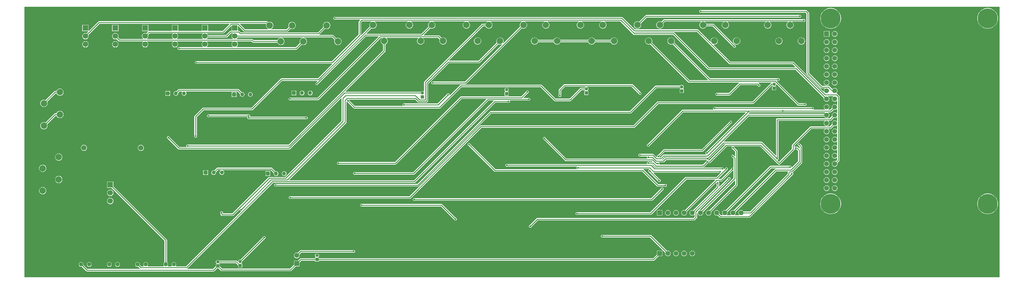
<source format=gbr>
%TF.GenerationSoftware,Altium Limited,Altium Designer,21.2.2 (38)*%
G04 Layer_Physical_Order=2*
G04 Layer_Color=16711680*
%FSLAX26Y26*%
%MOIN*%
%TF.SameCoordinates,72563302-9CA4-4070-8E96-6B9CF41BC73D*%
%TF.FilePolarity,Positive*%
%TF.FileFunction,Copper,L2,Bot,Signal*%
%TF.Part,Single*%
G01*
G75*
%TA.AperFunction,Conductor*%
%ADD19C,0.010000*%
%TA.AperFunction,ComponentPad*%
%ADD22R,0.066929X0.066929*%
%ADD23C,0.066929*%
%ADD24R,0.047244X0.047244*%
%ADD25C,0.047244*%
%ADD26C,0.059055*%
%ADD27R,0.059055X0.059055*%
%ADD28R,0.059055X0.059055*%
%ADD29R,0.039370X0.039370*%
%ADD30C,0.039370*%
%ADD31C,0.064961*%
%TA.AperFunction,ViaPad*%
%ADD32C,0.244095*%
%TA.AperFunction,ComponentPad*%
%ADD33C,0.078740*%
G04:AMPARAMS|DCode=34|XSize=46.476mil|YSize=46.476mil|CornerRadius=0mil|HoleSize=0mil|Usage=FLASHONLY|Rotation=0.000|XOffset=0mil|YOffset=0mil|HoleType=Round|Shape=Octagon|*
%AMOCTAGOND34*
4,1,8,0.023238,-0.011619,0.023238,0.011619,0.011619,0.023238,-0.011619,0.023238,-0.023238,0.011619,-0.023238,-0.011619,-0.011619,-0.023238,0.011619,-0.023238,0.023238,-0.011619,0.0*
%
%ADD34OCTAGOND34*%

%TA.AperFunction,ViaPad*%
%ADD35C,0.023622*%
G36*
X11991972Y-3338429D02*
X8028D01*
Y-8028D01*
X11991972D01*
X11991972Y-3338429D01*
D02*
G37*
%LPC*%
G36*
X9537000Y-107860D02*
X9530441Y-109164D01*
X9529630Y-109706D01*
X7649764D01*
X7643911Y-110870D01*
X7638950Y-114186D01*
X7560279Y-192856D01*
X7553197Y-189922D01*
X7541614Y-188397D01*
X7530031Y-189922D01*
X7519238Y-194393D01*
X7509969Y-201505D01*
X7502857Y-210774D01*
X7498386Y-221567D01*
X7496861Y-233150D01*
X7498386Y-244733D01*
X7502857Y-255526D01*
X7509969Y-264795D01*
X7519238Y-271907D01*
X7530031Y-276378D01*
X7541614Y-277903D01*
X7553197Y-276378D01*
X7563990Y-271907D01*
X7573259Y-264795D01*
X7580371Y-255526D01*
X7584842Y-244733D01*
X7586367Y-233150D01*
X7584842Y-221567D01*
X7581908Y-214484D01*
X7656099Y-140294D01*
X9529630D01*
X9530441Y-140836D01*
X9537000Y-142140D01*
X9543559Y-140836D01*
X9549120Y-137120D01*
X9552836Y-131559D01*
X9554140Y-125000D01*
X9552836Y-118441D01*
X9549120Y-112880D01*
X9543559Y-109164D01*
X9537000Y-107860D01*
D02*
G37*
G36*
X9588000Y-159860D02*
X9581441Y-161164D01*
X9580630Y-161706D01*
X7873354D01*
X7867501Y-162870D01*
X7862540Y-166186D01*
X7835869Y-192856D01*
X7828787Y-189922D01*
X7817204Y-188397D01*
X7805621Y-189922D01*
X7794828Y-194393D01*
X7785559Y-201505D01*
X7778447Y-210774D01*
X7773976Y-221567D01*
X7772451Y-233150D01*
X7773976Y-244733D01*
X7778447Y-255526D01*
X7785559Y-264795D01*
X7794828Y-271907D01*
X7805621Y-276378D01*
X7817204Y-277903D01*
X7828787Y-276378D01*
X7839581Y-271907D01*
X7848849Y-264795D01*
X7855961Y-255526D01*
X7860432Y-244733D01*
X7861957Y-233150D01*
X7860432Y-221567D01*
X7857498Y-214484D01*
X7879689Y-192294D01*
X8319349D01*
X8321047Y-197294D01*
X8315559Y-201505D01*
X8308447Y-210774D01*
X8303976Y-221567D01*
X8302451Y-233150D01*
X8303976Y-244733D01*
X8308447Y-255526D01*
X8315559Y-264795D01*
X8324827Y-271907D01*
X8335621Y-276378D01*
X8347204Y-277903D01*
X8358787Y-276378D01*
X8369581Y-271907D01*
X8378849Y-264795D01*
X8385961Y-255526D01*
X8388895Y-248444D01*
X8464815D01*
X8716974Y-500603D01*
X8717164Y-501559D01*
X8720880Y-507120D01*
X8726441Y-510836D01*
X8733000Y-512140D01*
X8739559Y-510836D01*
X8745120Y-507120D01*
X8748836Y-501559D01*
X8750140Y-495000D01*
X8748836Y-488441D01*
X8745120Y-482880D01*
X8739559Y-479164D01*
X8738603Y-478974D01*
X8481964Y-222336D01*
X8477003Y-219020D01*
X8471150Y-217856D01*
X8388895D01*
X8385961Y-210774D01*
X8378849Y-201505D01*
X8373361Y-197294D01*
X8375059Y-192294D01*
X8594941D01*
X8596639Y-197294D01*
X8591151Y-201505D01*
X8584039Y-210774D01*
X8579568Y-221567D01*
X8578043Y-233150D01*
X8579568Y-244733D01*
X8584039Y-255526D01*
X8591151Y-264795D01*
X8600419Y-271907D01*
X8611213Y-276378D01*
X8622796Y-277903D01*
X8634379Y-276378D01*
X8645173Y-271907D01*
X8654441Y-264795D01*
X8661553Y-255526D01*
X8666024Y-244733D01*
X8667549Y-233150D01*
X8666024Y-221567D01*
X8661553Y-210774D01*
X8654441Y-201505D01*
X8648953Y-197294D01*
X8650651Y-192294D01*
X9114349D01*
X9116047Y-197294D01*
X9110559Y-201505D01*
X9103447Y-210774D01*
X9098976Y-221567D01*
X9097451Y-233150D01*
X9098976Y-244733D01*
X9103447Y-255526D01*
X9110559Y-264795D01*
X9119827Y-271907D01*
X9130621Y-276378D01*
X9142204Y-277903D01*
X9153787Y-276378D01*
X9164581Y-271907D01*
X9173849Y-264795D01*
X9180961Y-255526D01*
X9185432Y-244733D01*
X9186957Y-233150D01*
X9185432Y-221567D01*
X9180961Y-210774D01*
X9173849Y-201505D01*
X9168361Y-197294D01*
X9170059Y-192294D01*
X9389941D01*
X9391639Y-197294D01*
X9386151Y-201505D01*
X9379039Y-210774D01*
X9374568Y-221567D01*
X9373043Y-233150D01*
X9374568Y-244733D01*
X9379039Y-255526D01*
X9386151Y-264795D01*
X9395419Y-271907D01*
X9406213Y-276378D01*
X9417796Y-277903D01*
X9429379Y-276378D01*
X9440173Y-271907D01*
X9449441Y-264795D01*
X9456553Y-255526D01*
X9461024Y-244733D01*
X9462549Y-233150D01*
X9461024Y-221567D01*
X9456553Y-210774D01*
X9449441Y-201505D01*
X9443953Y-197294D01*
X9445651Y-192294D01*
X9580630D01*
X9581441Y-192836D01*
X9588000Y-194140D01*
X9594559Y-192836D01*
X9600120Y-189120D01*
X9603836Y-183559D01*
X9605140Y-177000D01*
X9603836Y-170441D01*
X9600120Y-164880D01*
X9594559Y-161164D01*
X9588000Y-159860D01*
D02*
G37*
G36*
X11845134Y-22828D02*
X11825198Y-24397D01*
X11805753Y-29065D01*
X11787277Y-36718D01*
X11770227Y-47167D01*
X11755020Y-60154D01*
X11742033Y-75361D01*
X11731584Y-92411D01*
X11723931Y-110887D01*
X11719263Y-130332D01*
X11717694Y-150268D01*
X11719263Y-170204D01*
X11723931Y-189649D01*
X11731584Y-208125D01*
X11742033Y-225175D01*
X11755020Y-240382D01*
X11770227Y-253369D01*
X11787277Y-263818D01*
X11805753Y-271471D01*
X11825198Y-276139D01*
X11845134Y-277708D01*
X11865070Y-276139D01*
X11884515Y-271471D01*
X11902991Y-263818D01*
X11920041Y-253369D01*
X11935248Y-240382D01*
X11948235Y-225175D01*
X11958684Y-208125D01*
X11966337Y-189649D01*
X11971005Y-170204D01*
X11972574Y-150268D01*
X11971005Y-130332D01*
X11966337Y-110887D01*
X11958684Y-92411D01*
X11948235Y-75361D01*
X11935248Y-60154D01*
X11920041Y-47167D01*
X11902991Y-36718D01*
X11884515Y-29065D01*
X11865070Y-24397D01*
X11845134Y-22828D01*
D02*
G37*
G36*
X9916000D02*
X9896064Y-24397D01*
X9876619Y-29065D01*
X9858143Y-36718D01*
X9841093Y-47167D01*
X9825886Y-60154D01*
X9812899Y-75361D01*
X9802450Y-92411D01*
X9794797Y-110887D01*
X9790129Y-130332D01*
X9788560Y-150268D01*
X9790129Y-170204D01*
X9794797Y-189649D01*
X9802450Y-208125D01*
X9812899Y-225175D01*
X9825886Y-240382D01*
X9841093Y-253369D01*
X9858143Y-263818D01*
X9876619Y-271471D01*
X9896064Y-276139D01*
X9916000Y-277708D01*
X9935936Y-276139D01*
X9955381Y-271471D01*
X9973857Y-263818D01*
X9990907Y-253369D01*
X10006114Y-240382D01*
X10019101Y-225175D01*
X10029550Y-208125D01*
X10037203Y-189649D01*
X10041871Y-170204D01*
X10043440Y-150268D01*
X10041871Y-130332D01*
X10037203Y-110887D01*
X10029550Y-92411D01*
X10019101Y-75361D01*
X10006114Y-60154D01*
X9990907Y-47167D01*
X9973857Y-36718D01*
X9955381Y-29065D01*
X9935936Y-24397D01*
X9916000Y-22828D01*
D02*
G37*
G36*
X2985588Y-186240D02*
X926656D01*
X920803Y-187404D01*
X915842Y-190720D01*
X801654Y-304907D01*
X796654Y-302836D01*
Y-231536D01*
X719726D01*
Y-308464D01*
X791026D01*
X793097Y-313464D01*
X772336Y-334226D01*
X768231Y-332526D01*
X758190Y-331204D01*
X748149Y-332526D01*
X738792Y-336401D01*
X730757Y-342567D01*
X724591Y-350602D01*
X720716Y-359959D01*
X719394Y-370000D01*
X720716Y-380041D01*
X724591Y-389398D01*
X730757Y-397433D01*
X738792Y-403599D01*
X748149Y-407474D01*
X758190Y-408796D01*
X768231Y-407474D01*
X777588Y-403599D01*
X785623Y-397433D01*
X791789Y-389398D01*
X795664Y-380041D01*
X796986Y-370000D01*
X795664Y-359959D01*
X793964Y-355854D01*
X932991Y-216828D01*
X2526544D01*
X2528458Y-221447D01*
X2444199Y-305706D01*
X2264655D01*
Y-231536D01*
X2187726D01*
Y-305706D01*
X1897655D01*
Y-231536D01*
X1820726D01*
Y-305706D01*
X1541190D01*
X1535655Y-306807D01*
X1535225Y-306801D01*
X1530655Y-303986D01*
Y-231536D01*
X1453726D01*
Y-308464D01*
X1525026D01*
X1527097Y-313464D01*
X1506336Y-334226D01*
X1502231Y-332526D01*
X1492190Y-331204D01*
X1482149Y-332526D01*
X1472792Y-336401D01*
X1464757Y-342567D01*
X1458591Y-350602D01*
X1454716Y-359959D01*
X1453394Y-370000D01*
X1454716Y-380041D01*
X1458591Y-389398D01*
X1464757Y-397433D01*
X1467719Y-399706D01*
X1466022Y-404706D01*
X1181525D01*
X1160964Y-384146D01*
X1162664Y-380041D01*
X1163986Y-370000D01*
X1162664Y-359959D01*
X1158789Y-350602D01*
X1152623Y-342567D01*
X1144588Y-336401D01*
X1135231Y-332526D01*
X1125190Y-331204D01*
X1115149Y-332526D01*
X1105792Y-336401D01*
X1097757Y-342567D01*
X1091591Y-350602D01*
X1087716Y-359959D01*
X1086394Y-370000D01*
X1087716Y-380041D01*
X1091591Y-389398D01*
X1097757Y-397433D01*
X1105792Y-403599D01*
X1115149Y-407474D01*
X1125190Y-408796D01*
X1135231Y-407474D01*
X1139336Y-405774D01*
X1164376Y-430814D01*
X1169337Y-434130D01*
X1175190Y-435294D01*
X1466022D01*
X1467719Y-440294D01*
X1464757Y-442567D01*
X1458591Y-450602D01*
X1454716Y-459959D01*
X1453723Y-467500D01*
X1492190D01*
X1530657D01*
X1529664Y-459959D01*
X1525789Y-450602D01*
X1519623Y-442567D01*
X1516661Y-440294D01*
X1518359Y-435294D01*
X1833022D01*
X1834719Y-440294D01*
X1831757Y-442567D01*
X1825591Y-450602D01*
X1821716Y-459959D01*
X1820723Y-467500D01*
X1859190D01*
X1897657D01*
X1896664Y-459959D01*
X1892789Y-450602D01*
X1886623Y-442567D01*
X1883661Y-440294D01*
X1885359Y-435294D01*
X2200021D01*
X2201719Y-440294D01*
X2198757Y-442567D01*
X2192591Y-450602D01*
X2188716Y-459959D01*
X2187723Y-467500D01*
X2226190D01*
X2264657D01*
X2263664Y-459959D01*
X2259789Y-450602D01*
X2253623Y-442567D01*
X2250661Y-440294D01*
X2252358Y-435294D01*
X2567021D01*
X2568719Y-440294D01*
X2565757Y-442567D01*
X2559591Y-450602D01*
X2555716Y-459959D01*
X2554723Y-467500D01*
X2593190D01*
X2631657D01*
X2630664Y-459959D01*
X2626789Y-450602D01*
X2620623Y-442567D01*
X2617661Y-440294D01*
X2619358Y-435294D01*
X2798665D01*
X2809186Y-445814D01*
X2814147Y-449130D01*
X2820000Y-450294D01*
X3118309D01*
X3121243Y-457377D01*
X3128355Y-466645D01*
X3137624Y-473757D01*
X3148417Y-478228D01*
X3160000Y-479753D01*
X3171583Y-478228D01*
X3182376Y-473757D01*
X3191645Y-466645D01*
X3198757Y-457377D01*
X3203228Y-446583D01*
X3204753Y-435000D01*
X3203228Y-423417D01*
X3198757Y-412623D01*
X3191645Y-403355D01*
X3182376Y-396243D01*
X3171583Y-391772D01*
X3160356Y-390294D01*
X3160684Y-385294D01*
X3431263D01*
X3431700Y-385716D01*
X3431500Y-387961D01*
X3429959Y-390988D01*
X3424007Y-391772D01*
X3413213Y-396243D01*
X3403945Y-403355D01*
X3396833Y-412623D01*
X3392362Y-423417D01*
X3390837Y-435000D01*
X3392362Y-446583D01*
X3395296Y-453666D01*
X3342255Y-506706D01*
X2616752D01*
X2615055Y-501706D01*
X2620623Y-497433D01*
X2626789Y-489398D01*
X2630664Y-480041D01*
X2631657Y-472500D01*
X2593190D01*
X2554723D01*
X2555716Y-480041D01*
X2559591Y-489398D01*
X2565757Y-497433D01*
X2571325Y-501706D01*
X2569628Y-506706D01*
X2249752D01*
X2248055Y-501706D01*
X2253623Y-497433D01*
X2259789Y-489398D01*
X2263664Y-480041D01*
X2264657Y-472500D01*
X2226190D01*
X2187723D01*
X2188716Y-480041D01*
X2192591Y-489398D01*
X2198757Y-497433D01*
X2204325Y-501706D01*
X2202628Y-506706D01*
X1915370D01*
X1914559Y-506164D01*
X1908000Y-504860D01*
X1901441Y-506164D01*
X1895880Y-509880D01*
X1892164Y-515441D01*
X1890860Y-522000D01*
X1892164Y-528559D01*
X1895880Y-534120D01*
X1901441Y-537836D01*
X1908000Y-539140D01*
X1914559Y-537836D01*
X1915370Y-537294D01*
X3348590D01*
X3354443Y-536130D01*
X3359404Y-532814D01*
X3416925Y-475294D01*
X3424007Y-478228D01*
X3435590Y-479753D01*
X3447173Y-478228D01*
X3457966Y-473757D01*
X3467235Y-466645D01*
X3474347Y-457377D01*
X3478818Y-446583D01*
X3480343Y-435000D01*
X3478818Y-423417D01*
X3474347Y-412623D01*
X3467235Y-403355D01*
X3457966Y-396243D01*
X3447173Y-391772D01*
X3441221Y-390988D01*
X3439680Y-387961D01*
X3439480Y-385716D01*
X3439917Y-385294D01*
X3789295D01*
X3820336Y-416334D01*
X3817402Y-423417D01*
X3815877Y-435000D01*
X3817402Y-446583D01*
X3821873Y-457377D01*
X3828985Y-466645D01*
X3838253Y-473757D01*
X3849047Y-478228D01*
X3860630Y-479753D01*
X3872213Y-478228D01*
X3883006Y-473757D01*
X3892275Y-466645D01*
X3899387Y-457377D01*
X3903858Y-446583D01*
X3905383Y-435000D01*
X3903858Y-423417D01*
X3899387Y-412623D01*
X3892275Y-403355D01*
X3883006Y-396243D01*
X3872213Y-391772D01*
X3860630Y-390247D01*
X3849047Y-391772D01*
X3841965Y-394706D01*
X3806444Y-359186D01*
X3801483Y-355870D01*
X3795630Y-354706D01*
X3634754D01*
X3634278Y-354079D01*
X3632907Y-349706D01*
X3704169Y-278444D01*
X3711251Y-281378D01*
X3722834Y-282903D01*
X3734417Y-281378D01*
X3745211Y-276907D01*
X3754479Y-269795D01*
X3761591Y-260526D01*
X3766062Y-249733D01*
X3767587Y-238150D01*
X3766062Y-226567D01*
X3761591Y-215774D01*
X3754479Y-206505D01*
X3745211Y-199393D01*
X3734417Y-194922D01*
X3722834Y-193397D01*
X3711251Y-194922D01*
X3700457Y-199393D01*
X3691189Y-206505D01*
X3684077Y-215774D01*
X3679606Y-226567D01*
X3678081Y-238150D01*
X3679606Y-249733D01*
X3682540Y-256815D01*
X3614649Y-324706D01*
X2668335D01*
X2652814Y-309186D01*
X2647853Y-305870D01*
X2642000Y-304706D01*
X2631655D01*
Y-246350D01*
X2636274Y-244437D01*
X2703652Y-311814D01*
X2708613Y-315130D01*
X2714466Y-316294D01*
X3234946D01*
X3240799Y-315130D01*
X3245760Y-311814D01*
X3279131Y-278444D01*
X3286213Y-281378D01*
X3297796Y-282903D01*
X3309379Y-281378D01*
X3320173Y-276907D01*
X3329441Y-269795D01*
X3336553Y-260526D01*
X3341024Y-249733D01*
X3342549Y-238150D01*
X3341024Y-226567D01*
X3336553Y-215774D01*
X3329441Y-206505D01*
X3320173Y-199393D01*
X3309379Y-194922D01*
X3297796Y-193397D01*
X3286213Y-194922D01*
X3275419Y-199393D01*
X3266151Y-206505D01*
X3259039Y-215774D01*
X3254568Y-226567D01*
X3253043Y-238150D01*
X3254568Y-249733D01*
X3257502Y-256815D01*
X3228611Y-285706D01*
X3036404D01*
X3035409Y-280706D01*
X3044581Y-276907D01*
X3053849Y-269795D01*
X3060961Y-260526D01*
X3065432Y-249733D01*
X3066957Y-238150D01*
X3065432Y-226567D01*
X3060961Y-215774D01*
X3053849Y-206505D01*
X3044581Y-199393D01*
X3033787Y-194922D01*
X3022204Y-193397D01*
X3010621Y-194922D01*
X3003539Y-197856D01*
X2996402Y-190720D01*
X2991441Y-187404D01*
X2985588Y-186240D01*
D02*
G37*
G36*
X1163655Y-231536D02*
X1086726D01*
Y-308464D01*
X1163655D01*
Y-231536D01*
D02*
G37*
G36*
X9900528Y-307473D02*
X9831472D01*
Y-376527D01*
X9900528D01*
Y-307473D01*
D02*
G37*
G36*
X9966000Y-307175D02*
X9956987Y-308361D01*
X9948587Y-311840D01*
X9941375Y-317375D01*
X9935840Y-324587D01*
X9932361Y-332986D01*
X9931175Y-342000D01*
X9932361Y-351014D01*
X9935840Y-359413D01*
X9941375Y-366625D01*
X9948587Y-372160D01*
X9956987Y-375639D01*
X9966000Y-376825D01*
X9975013Y-375639D01*
X9983413Y-372160D01*
X9990625Y-366625D01*
X9996160Y-359413D01*
X9999639Y-351014D01*
X10000825Y-342000D01*
X9999639Y-332986D01*
X9996160Y-324587D01*
X9990625Y-317375D01*
X9983413Y-311840D01*
X9975013Y-308361D01*
X9966000Y-307175D01*
D02*
G37*
G36*
X7254370Y-385247D02*
X7242787Y-386772D01*
X7231993Y-391243D01*
X7222725Y-398355D01*
X7215613Y-407623D01*
X7212679Y-414706D01*
X7020471D01*
X7017537Y-407623D01*
X7010425Y-398355D01*
X7001157Y-391243D01*
X6990363Y-386772D01*
X6978780Y-385247D01*
X6967197Y-386772D01*
X6956404Y-391243D01*
X6947135Y-398355D01*
X6940023Y-407623D01*
X6937089Y-414706D01*
X6595431D01*
X6592497Y-407623D01*
X6585385Y-398355D01*
X6576117Y-391243D01*
X6565323Y-386772D01*
X6553740Y-385247D01*
X6542157Y-386772D01*
X6531364Y-391243D01*
X6522095Y-398355D01*
X6514983Y-407623D01*
X6512049Y-414706D01*
X6319841D01*
X6316907Y-407623D01*
X6309795Y-398355D01*
X6300526Y-391243D01*
X6289733Y-386772D01*
X6278150Y-385247D01*
X6266567Y-386772D01*
X6255774Y-391243D01*
X6246505Y-398355D01*
X6239393Y-407623D01*
X6234922Y-418417D01*
X6233397Y-430000D01*
X6234922Y-441583D01*
X6239393Y-452377D01*
X6246505Y-461645D01*
X6255774Y-468757D01*
X6266567Y-473228D01*
X6278150Y-474753D01*
X6289733Y-473228D01*
X6300526Y-468757D01*
X6309795Y-461645D01*
X6316907Y-452377D01*
X6319841Y-445294D01*
X6512049D01*
X6514983Y-452377D01*
X6522095Y-461645D01*
X6531364Y-468757D01*
X6542157Y-473228D01*
X6553740Y-474753D01*
X6565323Y-473228D01*
X6576117Y-468757D01*
X6585385Y-461645D01*
X6592497Y-452377D01*
X6595431Y-445294D01*
X6937089D01*
X6940023Y-452377D01*
X6947135Y-461645D01*
X6956404Y-468757D01*
X6967197Y-473228D01*
X6978780Y-474753D01*
X6990363Y-473228D01*
X7001157Y-468757D01*
X7010425Y-461645D01*
X7017537Y-452377D01*
X7020471Y-445294D01*
X7212679D01*
X7215613Y-452377D01*
X7222725Y-461645D01*
X7231993Y-468757D01*
X7242787Y-473228D01*
X7254370Y-474753D01*
X7265953Y-473228D01*
X7276747Y-468757D01*
X7286015Y-461645D01*
X7293127Y-452377D01*
X7297598Y-441583D01*
X7299123Y-430000D01*
X7297598Y-418417D01*
X7293127Y-407623D01*
X7286015Y-398355D01*
X7276747Y-391243D01*
X7265953Y-386772D01*
X7254370Y-385247D01*
D02*
G37*
G36*
X1127690Y-431533D02*
Y-467500D01*
X1163657D01*
X1162664Y-459959D01*
X1158789Y-450602D01*
X1152623Y-442567D01*
X1144588Y-436401D01*
X1135231Y-432526D01*
X1127690Y-431533D01*
D02*
G37*
G36*
X760690D02*
Y-467500D01*
X796657D01*
X795664Y-459959D01*
X791789Y-450602D01*
X785623Y-442567D01*
X777588Y-436401D01*
X768231Y-432526D01*
X760690Y-431533D01*
D02*
G37*
G36*
X1122690D02*
X1115149Y-432526D01*
X1105792Y-436401D01*
X1097757Y-442567D01*
X1091591Y-450602D01*
X1087716Y-459959D01*
X1086723Y-467500D01*
X1122690D01*
Y-431533D01*
D02*
G37*
G36*
X755690D02*
X748149Y-432526D01*
X738792Y-436401D01*
X730757Y-442567D01*
X724591Y-450602D01*
X720716Y-459959D01*
X719723Y-467500D01*
X755690D01*
Y-431533D01*
D02*
G37*
G36*
X9555590Y-385247D02*
X9544007Y-386772D01*
X9533213Y-391243D01*
X9523945Y-398355D01*
X9516833Y-407623D01*
X9512362Y-418417D01*
X9510837Y-430000D01*
X9512362Y-441583D01*
X9516833Y-452377D01*
X9523945Y-461645D01*
X9533213Y-468757D01*
X9544007Y-473228D01*
X9555590Y-474753D01*
X9567173Y-473228D01*
X9577967Y-468757D01*
X9587235Y-461645D01*
X9594347Y-452377D01*
X9598818Y-441583D01*
X9600343Y-430000D01*
X9598818Y-418417D01*
X9594347Y-407623D01*
X9587235Y-398355D01*
X9577967Y-391243D01*
X9567173Y-386772D01*
X9555590Y-385247D01*
D02*
G37*
G36*
X9280000D02*
X9268417Y-386772D01*
X9257623Y-391243D01*
X9248355Y-398355D01*
X9241243Y-407623D01*
X9236772Y-418417D01*
X9235247Y-430000D01*
X9236772Y-441583D01*
X9241243Y-452377D01*
X9248355Y-461645D01*
X9257623Y-468757D01*
X9268417Y-473228D01*
X9280000Y-474753D01*
X9291583Y-473228D01*
X9302377Y-468757D01*
X9311645Y-461645D01*
X9318757Y-452377D01*
X9323228Y-441583D01*
X9324753Y-430000D01*
X9323228Y-418417D01*
X9318757Y-407623D01*
X9311645Y-398355D01*
X9302377Y-391243D01*
X9291583Y-386772D01*
X9280000Y-385247D01*
D02*
G37*
G36*
X8760590D02*
X8749007Y-386772D01*
X8738213Y-391243D01*
X8728945Y-398355D01*
X8721833Y-407623D01*
X8717362Y-418417D01*
X8715837Y-430000D01*
X8717362Y-441583D01*
X8721833Y-452377D01*
X8728945Y-461645D01*
X8738213Y-468757D01*
X8749007Y-473228D01*
X8760590Y-474753D01*
X8772173Y-473228D01*
X8782967Y-468757D01*
X8792235Y-461645D01*
X8799347Y-452377D01*
X8803818Y-441583D01*
X8805343Y-430000D01*
X8803818Y-418417D01*
X8799347Y-407623D01*
X8792235Y-398355D01*
X8782967Y-391243D01*
X8772173Y-386772D01*
X8760590Y-385247D01*
D02*
G37*
G36*
X8318000Y-47860D02*
X8311441Y-49164D01*
X8305880Y-52880D01*
X8302164Y-58441D01*
X8300860Y-65000D01*
X8302164Y-71559D01*
X8305880Y-77120D01*
X8311441Y-80836D01*
X8318000Y-82140D01*
X8324559Y-80836D01*
X8325370Y-80294D01*
X9608665D01*
X9619706Y-91335D01*
Y-827000D01*
X9620870Y-832853D01*
X9624186Y-837814D01*
X9794186Y-1007814D01*
X9799147Y-1011130D01*
X9805000Y-1012294D01*
X9840219D01*
X9841826Y-1017029D01*
X9841375Y-1017375D01*
X9835840Y-1024587D01*
X9832361Y-1032986D01*
X9831175Y-1042000D01*
X9832005Y-1048305D01*
X9827269Y-1050640D01*
X9465814Y-689186D01*
X9460853Y-685870D01*
X9455000Y-684706D01*
X8684335D01*
X8478580Y-478951D01*
X8480915Y-474215D01*
X8485000Y-474753D01*
X8496583Y-473228D01*
X8507377Y-468757D01*
X8516645Y-461645D01*
X8523757Y-452377D01*
X8528228Y-441583D01*
X8529753Y-430000D01*
X8528228Y-418417D01*
X8523757Y-407623D01*
X8516645Y-398355D01*
X8507377Y-391243D01*
X8496583Y-386772D01*
X8485000Y-385247D01*
X8473417Y-386772D01*
X8462623Y-391243D01*
X8453355Y-398355D01*
X8446243Y-407623D01*
X8441772Y-418417D01*
X8440247Y-430000D01*
X8440785Y-434085D01*
X8436049Y-436420D01*
X8290814Y-291186D01*
X8285853Y-287870D01*
X8280000Y-286706D01*
X7507335D01*
X7359814Y-139186D01*
X7354853Y-135870D01*
X7349000Y-134706D01*
X3829370D01*
X3828559Y-134164D01*
X3822000Y-132860D01*
X3815441Y-134164D01*
X3809880Y-137880D01*
X3806164Y-143441D01*
X3804860Y-150000D01*
X3806164Y-156559D01*
X3809880Y-162120D01*
X3815441Y-165836D01*
X3822000Y-167140D01*
X3828559Y-165836D01*
X3829370Y-165294D01*
X4132544D01*
X4134458Y-169913D01*
X4120186Y-184186D01*
X4116870Y-189147D01*
X4115706Y-195000D01*
Y-347665D01*
X3784665Y-678706D01*
X2127370D01*
X2126559Y-678164D01*
X2120000Y-676860D01*
X2113441Y-678164D01*
X2107880Y-681880D01*
X2104164Y-687441D01*
X2102860Y-694000D01*
X2104164Y-700559D01*
X2107880Y-706120D01*
X2113441Y-709836D01*
X2120000Y-711140D01*
X2126559Y-709836D01*
X2127370Y-709294D01*
X3787360D01*
X3789431Y-714294D01*
X3614019Y-889706D01*
X3167000D01*
X3161147Y-890870D01*
X3156186Y-894186D01*
X2799665Y-1250706D01*
X2205000D01*
X2199147Y-1251870D01*
X2194186Y-1255186D01*
X2100886Y-1348486D01*
X2097570Y-1353447D01*
X2096406Y-1359300D01*
Y-1595480D01*
X2095864Y-1596291D01*
X2094560Y-1602850D01*
X2095864Y-1609409D01*
X2099580Y-1614970D01*
X2105141Y-1618686D01*
X2111700Y-1619990D01*
X2118259Y-1618686D01*
X2123820Y-1614970D01*
X2127536Y-1609409D01*
X2128840Y-1602850D01*
X2127536Y-1596291D01*
X2126994Y-1595480D01*
Y-1365635D01*
X2211335Y-1281294D01*
X2806000D01*
X2811853Y-1280130D01*
X2816814Y-1276814D01*
X3173335Y-920294D01*
X3607544D01*
X3609458Y-924913D01*
X3594397Y-939974D01*
X3593441Y-940164D01*
X3587880Y-943880D01*
X3584164Y-949441D01*
X3582860Y-956000D01*
X3584164Y-962559D01*
X3587880Y-968120D01*
X3593441Y-971836D01*
X3600000Y-973140D01*
X3606559Y-971836D01*
X3612120Y-968120D01*
X3615836Y-962559D01*
X3616026Y-961603D01*
X4206707Y-370922D01*
X4358916D01*
X4360830Y-375541D01*
X3608665Y-1127706D01*
X3277370D01*
X3276559Y-1127164D01*
X3270000Y-1125860D01*
X3263441Y-1127164D01*
X3257880Y-1130880D01*
X3254164Y-1136441D01*
X3252860Y-1143000D01*
X3254164Y-1149559D01*
X3257880Y-1155120D01*
X3263441Y-1158836D01*
X3270000Y-1160140D01*
X3276559Y-1158836D01*
X3277370Y-1158294D01*
X3615000D01*
X3620853Y-1157130D01*
X3625814Y-1153814D01*
X4388707Y-390922D01*
X4399828D01*
X4401526Y-395922D01*
X4398355Y-398355D01*
X4391243Y-407623D01*
X4386772Y-418417D01*
X4385247Y-430000D01*
X4386772Y-441583D01*
X4391243Y-452377D01*
X4398355Y-461645D01*
X4407623Y-468757D01*
X4414706Y-471691D01*
Y-545665D01*
X3254665Y-1705706D01*
X2022370D01*
X2021559Y-1705164D01*
X2015000Y-1703860D01*
X2008441Y-1705164D01*
X2002880Y-1708880D01*
X1999164Y-1714441D01*
X1997860Y-1721000D01*
X1999164Y-1727559D01*
X2000599Y-1729706D01*
X1997926Y-1734706D01*
X1915335D01*
X1793026Y-1612397D01*
X1792836Y-1611441D01*
X1789120Y-1605880D01*
X1783559Y-1602164D01*
X1777000Y-1600860D01*
X1770441Y-1602164D01*
X1764880Y-1605880D01*
X1761164Y-1611441D01*
X1759860Y-1618000D01*
X1761164Y-1624559D01*
X1764880Y-1630120D01*
X1770441Y-1633836D01*
X1771397Y-1634026D01*
X1898186Y-1760814D01*
X1903147Y-1764130D01*
X1909000Y-1765294D01*
X3261000D01*
X3266853Y-1764130D01*
X3271814Y-1760814D01*
X3901348Y-1131281D01*
X3905956Y-1133744D01*
X3905706Y-1135000D01*
Y-1411665D01*
X3213665Y-2103706D01*
X3018000D01*
X3012147Y-2104870D01*
X3007186Y-2108186D01*
X2562665Y-2552706D01*
X2451993D01*
X2448602Y-2547706D01*
X2449140Y-2545000D01*
X2447836Y-2538441D01*
X2444120Y-2532880D01*
X2438559Y-2529164D01*
X2432000Y-2527860D01*
X2425441Y-2529164D01*
X2419880Y-2532880D01*
X2416164Y-2538441D01*
X2414860Y-2545000D01*
X2416164Y-2551559D01*
X2417740Y-2553917D01*
X2419835Y-2569978D01*
X2420478Y-2571881D01*
X2420870Y-2573853D01*
X2421426Y-2574684D01*
X2421746Y-2575631D01*
X2423069Y-2577143D01*
X2424186Y-2578814D01*
X2425017Y-2579370D01*
X2425675Y-2580122D01*
X2427476Y-2581013D01*
X2429147Y-2582130D01*
X2430128Y-2582325D01*
X2431024Y-2582768D01*
X2433029Y-2582902D01*
X2435000Y-2583294D01*
X2569000D01*
X2574853Y-2582130D01*
X2579814Y-2578814D01*
X2651031Y-2507598D01*
X2656331Y-2509369D01*
X2657164Y-2513559D01*
X2660880Y-2519120D01*
X2666441Y-2522836D01*
X2668129Y-2523171D01*
X2669774Y-2528597D01*
X1994665Y-3203706D01*
X1870184D01*
X1868270Y-3199087D01*
X1873238Y-3194119D01*
Y-3165881D01*
X1859119Y-3151762D01*
X1830881D01*
X1816762Y-3165881D01*
Y-3194119D01*
X1821730Y-3199087D01*
X1819816Y-3203706D01*
X1770184D01*
X1768270Y-3199087D01*
X1773238Y-3194119D01*
Y-3165881D01*
X1760294Y-3152937D01*
Y-2881810D01*
X1759130Y-2875957D01*
X1755814Y-2870995D01*
X1101655Y-2216836D01*
Y-2161535D01*
X1024726D01*
Y-2238465D01*
X1080026D01*
X1729706Y-2888145D01*
Y-3152937D01*
X1716762Y-3165881D01*
Y-3194119D01*
X1721730Y-3199087D01*
X1719816Y-3203706D01*
X1523518D01*
X1521604Y-3199087D01*
X1526572Y-3194119D01*
Y-3165881D01*
X1512453Y-3151762D01*
X1484215D01*
X1470096Y-3165881D01*
Y-3194119D01*
X1475064Y-3199087D01*
X1473150Y-3203706D01*
X1443669D01*
X1426572Y-3186609D01*
Y-3165881D01*
X1412453Y-3151762D01*
X1384215D01*
X1370096Y-3165881D01*
Y-3194119D01*
X1384215Y-3208238D01*
X1404943D01*
X1426520Y-3229814D01*
X1429351Y-3231706D01*
X1427834Y-3236706D01*
X783335D01*
X733238Y-3186609D01*
Y-3165881D01*
X719119Y-3151762D01*
X690881D01*
X676762Y-3165881D01*
Y-3194119D01*
X690881Y-3208238D01*
X711609D01*
X766186Y-3262814D01*
X771147Y-3266130D01*
X777000Y-3267294D01*
X2333000D01*
X2338853Y-3266130D01*
X2343814Y-3262814D01*
X2381944Y-3224685D01*
X2388056D01*
X2421186Y-3257814D01*
X2426147Y-3261130D01*
X2432000Y-3262294D01*
X3278000D01*
X3283853Y-3261130D01*
X3288814Y-3257814D01*
X3342101Y-3204528D01*
X3389528D01*
Y-3157101D01*
X3411335Y-3135294D01*
X3578977D01*
Y-3144685D01*
X3628347D01*
Y-3135294D01*
X7740000D01*
X7745853Y-3134130D01*
X7750814Y-3130814D01*
X7802101Y-3079528D01*
X7849528D01*
Y-3010472D01*
X7780472D01*
Y-3057899D01*
X7733665Y-3104706D01*
X3628347D01*
Y-3095315D01*
X3619207D01*
X3617690Y-3090315D01*
X3621459Y-3087797D01*
X3626915Y-3079632D01*
X3628831Y-3070000D01*
X3626915Y-3060368D01*
X3621459Y-3052203D01*
X3613294Y-3046747D01*
X3603662Y-3044831D01*
X3594030Y-3046747D01*
X3585865Y-3052203D01*
X3580409Y-3060368D01*
X3578493Y-3070000D01*
X3580409Y-3079632D01*
X3585865Y-3087797D01*
X3589634Y-3090315D01*
X3588117Y-3095315D01*
X3578977D01*
Y-3104706D01*
X3405000D01*
X3399147Y-3105870D01*
X3394186Y-3109186D01*
X3367899Y-3135472D01*
X3320472D01*
Y-3182899D01*
X3271665Y-3231706D01*
X2438335D01*
X2409685Y-3203056D01*
Y-3175315D01*
X2400545D01*
X2399028Y-3170315D01*
X2402797Y-3167797D01*
X2404469Y-3165294D01*
X2608665D01*
X2635315Y-3191944D01*
Y-3219685D01*
X2684685D01*
Y-3170315D01*
X2675545D01*
X2674028Y-3165315D01*
X2677797Y-3162797D01*
X2683253Y-3154632D01*
X2685169Y-3145000D01*
X2684581Y-3142048D01*
X2960603Y-2866026D01*
X2961559Y-2865836D01*
X2967120Y-2862120D01*
X2970836Y-2856559D01*
X2972140Y-2850000D01*
X2970836Y-2843441D01*
X2967120Y-2837880D01*
X2961559Y-2834164D01*
X2955000Y-2832860D01*
X2948441Y-2834164D01*
X2942880Y-2837880D01*
X2939164Y-2843441D01*
X2938974Y-2844397D01*
X2662952Y-3120419D01*
X2660000Y-3119831D01*
X2650368Y-3121747D01*
X2642203Y-3127203D01*
X2636747Y-3135368D01*
X2635473Y-3141773D01*
X2630048Y-3143419D01*
X2625814Y-3139186D01*
X2620853Y-3135870D01*
X2615000Y-3134706D01*
X2404469D01*
X2402797Y-3132203D01*
X2394632Y-3126747D01*
X2385000Y-3124831D01*
X2375368Y-3126747D01*
X2367203Y-3132203D01*
X2361747Y-3140368D01*
X2359831Y-3150000D01*
X2361747Y-3159632D01*
X2367203Y-3167797D01*
X2370972Y-3170315D01*
X2369455Y-3175315D01*
X2360315D01*
Y-3203056D01*
X2326665Y-3236706D01*
X2010500D01*
X2008983Y-3231706D01*
X2011814Y-3229814D01*
X3066335Y-2175294D01*
X4802000D01*
X4807853Y-2174130D01*
X4812814Y-2170814D01*
X5794335Y-1189294D01*
X5951630D01*
X5952441Y-1189836D01*
X5959000Y-1191140D01*
X5965559Y-1189836D01*
X5971120Y-1186120D01*
X5974836Y-1180559D01*
X5976140Y-1174000D01*
X5974836Y-1167441D01*
X5974469Y-1166892D01*
X5976826Y-1162482D01*
X6200442D01*
X6201253Y-1163024D01*
X6207812Y-1164328D01*
X6214371Y-1163024D01*
X6219932Y-1159308D01*
X6223648Y-1153747D01*
X6224952Y-1147188D01*
X6223648Y-1140629D01*
X6219932Y-1135068D01*
X6214371Y-1131352D01*
X6207812Y-1130048D01*
X6201253Y-1131352D01*
X6200442Y-1131894D01*
X6140268D01*
X6138354Y-1127275D01*
X6193603Y-1072026D01*
X6194559Y-1071836D01*
X6200120Y-1068120D01*
X6203836Y-1062559D01*
X6205140Y-1056000D01*
X6203836Y-1049441D01*
X6200120Y-1043880D01*
X6194559Y-1040164D01*
X6188000Y-1038860D01*
X6181441Y-1040164D01*
X6175880Y-1043880D01*
X6172164Y-1049441D01*
X6171974Y-1050397D01*
X6110477Y-1111894D01*
X5374812D01*
X5368959Y-1113058D01*
X5363998Y-1116374D01*
X4560665Y-1919706D01*
X3873708D01*
X3872897Y-1919164D01*
X3866338Y-1917860D01*
X3859779Y-1919164D01*
X3854218Y-1922880D01*
X3850502Y-1928441D01*
X3849198Y-1935000D01*
X3850502Y-1941559D01*
X3854218Y-1947120D01*
X3859779Y-1950836D01*
X3866338Y-1952140D01*
X3872897Y-1950836D01*
X3873708Y-1950294D01*
X4567000D01*
X4572853Y-1949130D01*
X4577814Y-1945814D01*
X5381147Y-1142482D01*
X5680356D01*
X5682270Y-1147101D01*
X4784665Y-2044706D01*
X4071370D01*
X4070559Y-2044164D01*
X4064000Y-2042860D01*
X4057441Y-2044164D01*
X4051880Y-2047880D01*
X4048164Y-2053441D01*
X4046860Y-2060000D01*
X4048164Y-2066559D01*
X4051880Y-2072120D01*
X4057441Y-2075836D01*
X4064000Y-2077140D01*
X4070559Y-2075836D01*
X4071370Y-2075294D01*
X4791000D01*
X4796853Y-2074130D01*
X4801814Y-2070814D01*
X5710147Y-1162482D01*
X5770818D01*
X5772889Y-1167482D01*
X4795665Y-2144706D01*
X3264456D01*
X3262542Y-2140087D01*
X3960814Y-1441814D01*
X3964130Y-1436853D01*
X3965294Y-1431000D01*
Y-1177263D01*
X3970294Y-1175746D01*
X3971880Y-1178120D01*
X3977441Y-1181836D01*
X3978397Y-1182026D01*
X4052186Y-1255814D01*
X4057147Y-1259130D01*
X4063000Y-1260294D01*
X5112000D01*
X5117853Y-1259130D01*
X5122814Y-1255814D01*
X5380335Y-998294D01*
X6349665D01*
X6517186Y-1165814D01*
X6522147Y-1169130D01*
X6528000Y-1170294D01*
X6715000D01*
X6720853Y-1169130D01*
X6725814Y-1165814D01*
X6856335Y-1035294D01*
X6894193D01*
X6895865Y-1037797D01*
X6899634Y-1040315D01*
X6898117Y-1045315D01*
X6888977D01*
Y-1094685D01*
X6938347D01*
Y-1045315D01*
X6929207D01*
X6927690Y-1040315D01*
X6931459Y-1037797D01*
X6936915Y-1029632D01*
X6938831Y-1020000D01*
X6936915Y-1010368D01*
X6931459Y-1002203D01*
X6924112Y-997294D01*
X6924461Y-993597D01*
X6924944Y-992294D01*
X7469665D01*
X7557974Y-1080603D01*
X7558164Y-1081559D01*
X7561880Y-1087120D01*
X7567441Y-1090836D01*
X7574000Y-1092140D01*
X7580559Y-1090836D01*
X7586120Y-1087120D01*
X7589836Y-1081559D01*
X7591140Y-1075000D01*
X7589836Y-1068441D01*
X7586120Y-1062880D01*
X7580559Y-1059164D01*
X7579603Y-1058974D01*
X7486814Y-966186D01*
X7481853Y-962870D01*
X7476000Y-961706D01*
X6647000D01*
X6641147Y-962870D01*
X6636186Y-966186D01*
X6578186Y-1024186D01*
X6574870Y-1029147D01*
X6573706Y-1035000D01*
Y-1093968D01*
X6573164Y-1094779D01*
X6571860Y-1101338D01*
X6573164Y-1107897D01*
X6576880Y-1113458D01*
X6582441Y-1117174D01*
X6589000Y-1118478D01*
X6595559Y-1117174D01*
X6601120Y-1113458D01*
X6604836Y-1107897D01*
X6606140Y-1101338D01*
X6604836Y-1094779D01*
X6604294Y-1093968D01*
Y-1041335D01*
X6653335Y-992294D01*
X6902381D01*
X6902863Y-993597D01*
X6903212Y-997294D01*
X6895865Y-1002203D01*
X6894193Y-1004706D01*
X6850000D01*
X6844147Y-1005870D01*
X6839186Y-1009186D01*
X6708665Y-1139706D01*
X6534335D01*
X6366814Y-972186D01*
X6361853Y-968870D01*
X6356000Y-967706D01*
X5374000D01*
X5368147Y-968870D01*
X5363186Y-972186D01*
X5234572Y-1100799D01*
X5230498Y-1097897D01*
X5231802Y-1091338D01*
X5230498Y-1084779D01*
X5226782Y-1079218D01*
X5221221Y-1075502D01*
X5214662Y-1074198D01*
X5208103Y-1075502D01*
X5202542Y-1079218D01*
X5198826Y-1084779D01*
X5198636Y-1085735D01*
X5084979Y-1199392D01*
X4680056D01*
X4679245Y-1198850D01*
X4672686Y-1197546D01*
X4666127Y-1198850D01*
X4660566Y-1202566D01*
X4656850Y-1208127D01*
X4655546Y-1214686D01*
X4656850Y-1221245D01*
X4659163Y-1224706D01*
X4656592Y-1229706D01*
X4069335D01*
X4000026Y-1160397D01*
X3999836Y-1159441D01*
X3997190Y-1155482D01*
X3999349Y-1150482D01*
X4809167D01*
X4844186Y-1185500D01*
X4849147Y-1188816D01*
X4855000Y-1189980D01*
X4945000D01*
X4950853Y-1188816D01*
X4955814Y-1185500D01*
X4965500Y-1175814D01*
X4968816Y-1170853D01*
X4969980Y-1165000D01*
Y-959649D01*
X5226335Y-703294D01*
X5595110D01*
X5600963Y-702130D01*
X5605924Y-698814D01*
X5834444Y-470294D01*
X5841527Y-473228D01*
X5853110Y-474753D01*
X5864693Y-473228D01*
X5875486Y-468757D01*
X5877895Y-466909D01*
X5881199Y-470676D01*
X5422169Y-929706D01*
X5031370D01*
X5030559Y-929164D01*
X5024000Y-927860D01*
X5017441Y-929164D01*
X5011880Y-932880D01*
X5008164Y-938441D01*
X5006860Y-945000D01*
X5008164Y-951559D01*
X5011880Y-957120D01*
X5017441Y-960836D01*
X5024000Y-962140D01*
X5030559Y-960836D01*
X5031370Y-960294D01*
X5428504D01*
X5434357Y-959130D01*
X5439318Y-955814D01*
X6121689Y-273444D01*
X6128771Y-276378D01*
X6140354Y-277903D01*
X6151937Y-276378D01*
X6162730Y-271907D01*
X6171999Y-264795D01*
X6179111Y-255526D01*
X6183582Y-244733D01*
X6185107Y-233150D01*
X6183582Y-221567D01*
X6179111Y-210774D01*
X6171999Y-201505D01*
X6162730Y-194393D01*
X6157663Y-192294D01*
X6158658Y-187294D01*
X6397640D01*
X6398635Y-192294D01*
X6393568Y-194393D01*
X6384299Y-201505D01*
X6377187Y-210774D01*
X6372716Y-221567D01*
X6371191Y-233150D01*
X6372716Y-244733D01*
X6377187Y-255526D01*
X6384299Y-264795D01*
X6393568Y-271907D01*
X6404361Y-276378D01*
X6415944Y-277903D01*
X6427527Y-276378D01*
X6438320Y-271907D01*
X6447589Y-264795D01*
X6454701Y-255526D01*
X6459172Y-244733D01*
X6460697Y-233150D01*
X6459172Y-221567D01*
X6454701Y-210774D01*
X6447589Y-201505D01*
X6438320Y-194393D01*
X6433253Y-192294D01*
X6434248Y-187294D01*
X6822680D01*
X6823675Y-192294D01*
X6818608Y-194393D01*
X6809339Y-201505D01*
X6802227Y-210774D01*
X6797756Y-221567D01*
X6796231Y-233150D01*
X6797756Y-244733D01*
X6802227Y-255526D01*
X6809339Y-264795D01*
X6818608Y-271907D01*
X6829401Y-276378D01*
X6840984Y-277903D01*
X6852567Y-276378D01*
X6863360Y-271907D01*
X6872629Y-264795D01*
X6879741Y-255526D01*
X6884212Y-244733D01*
X6885737Y-233150D01*
X6884212Y-221567D01*
X6879741Y-210774D01*
X6872629Y-201505D01*
X6863360Y-194393D01*
X6858293Y-192294D01*
X6859288Y-187294D01*
X7098270D01*
X7099265Y-192294D01*
X7094198Y-194393D01*
X7084929Y-201505D01*
X7077817Y-210774D01*
X7073346Y-221567D01*
X7071821Y-233150D01*
X7073346Y-244733D01*
X7077817Y-255526D01*
X7084929Y-264795D01*
X7094198Y-271907D01*
X7104991Y-276378D01*
X7116574Y-277903D01*
X7128157Y-276378D01*
X7138950Y-271907D01*
X7148219Y-264795D01*
X7155331Y-255526D01*
X7159802Y-244733D01*
X7161327Y-233150D01*
X7159802Y-221567D01*
X7155331Y-210774D01*
X7148219Y-201505D01*
X7138950Y-194393D01*
X7133883Y-192294D01*
X7134878Y-187294D01*
X7329665D01*
X7493186Y-350814D01*
X7498147Y-354130D01*
X7504000Y-355294D01*
X7979665D01*
X8404186Y-779814D01*
X8409147Y-783130D01*
X8415000Y-784294D01*
X9486665D01*
X9833239Y-1130868D01*
X9832361Y-1132986D01*
X9831175Y-1142000D01*
X9832361Y-1151014D01*
X9835840Y-1159413D01*
X9841375Y-1166625D01*
X9848587Y-1172160D01*
X9856987Y-1175639D01*
X9866000Y-1176825D01*
X9875013Y-1175639D01*
X9883413Y-1172160D01*
X9890625Y-1166625D01*
X9896160Y-1159413D01*
X9899639Y-1151014D01*
X9900825Y-1142000D01*
X9899639Y-1132986D01*
X9896160Y-1124587D01*
X9890625Y-1117375D01*
X9884004Y-1112294D01*
X9884124Y-1110211D01*
X9885399Y-1107294D01*
X9946601D01*
X9947876Y-1110211D01*
X9947996Y-1112294D01*
X9941375Y-1117375D01*
X9935840Y-1124587D01*
X9932361Y-1132986D01*
X9931175Y-1142000D01*
X9932361Y-1151014D01*
X9935840Y-1159413D01*
X9941375Y-1166625D01*
X9948587Y-1172160D01*
X9956987Y-1175639D01*
X9966000Y-1176825D01*
X9975013Y-1175639D01*
X9983413Y-1172160D01*
X9990625Y-1166625D01*
X9990971Y-1166174D01*
X9995706Y-1167781D01*
Y-1216219D01*
X9990971Y-1217826D01*
X9990625Y-1217375D01*
X9983413Y-1211840D01*
X9975013Y-1208361D01*
X9966000Y-1207175D01*
X9956987Y-1208361D01*
X9948587Y-1211840D01*
X9941375Y-1217375D01*
X9935840Y-1224587D01*
X9932361Y-1232986D01*
X9931175Y-1242000D01*
X9932361Y-1251014D01*
X9933239Y-1253132D01*
X9909665Y-1276706D01*
X9885399D01*
X9884124Y-1273789D01*
X9884004Y-1271706D01*
X9890625Y-1266625D01*
X9896160Y-1259413D01*
X9899639Y-1251014D01*
X9900496Y-1244500D01*
X9866000D01*
X9831504D01*
X9832361Y-1251014D01*
X9835840Y-1259413D01*
X9841375Y-1266625D01*
X9847996Y-1271706D01*
X9847876Y-1273789D01*
X9846601Y-1276706D01*
X9708256D01*
X9706874Y-1273739D01*
X9706397Y-1271706D01*
X9709836Y-1266559D01*
X9711140Y-1260000D01*
X9709836Y-1253441D01*
X9706120Y-1247880D01*
X9700559Y-1244164D01*
X9694000Y-1242860D01*
X9687441Y-1244164D01*
X9686630Y-1244706D01*
X8496370D01*
X8495559Y-1244164D01*
X8489000Y-1242860D01*
X8482441Y-1244164D01*
X8476880Y-1247880D01*
X8473164Y-1253441D01*
X8471860Y-1260000D01*
X8473164Y-1266559D01*
X8476603Y-1271706D01*
X8476126Y-1273739D01*
X8474744Y-1276706D01*
X8097000D01*
X8091147Y-1277870D01*
X8086186Y-1281186D01*
X7669397Y-1697974D01*
X7668441Y-1698164D01*
X7662880Y-1701880D01*
X7659164Y-1707441D01*
X7657860Y-1714000D01*
X7659164Y-1720559D01*
X7662880Y-1726120D01*
X7668441Y-1729836D01*
X7675000Y-1731140D01*
X7681559Y-1729836D01*
X7687120Y-1726120D01*
X7690836Y-1720559D01*
X7691026Y-1719603D01*
X8103335Y-1307294D01*
X8868546D01*
X8870460Y-1311913D01*
X8388397Y-1793976D01*
X8387441Y-1794166D01*
X8381880Y-1797882D01*
X8378164Y-1803443D01*
X8376860Y-1810002D01*
X8378164Y-1816561D01*
X8381880Y-1822122D01*
X8384251Y-1823706D01*
X8382734Y-1828706D01*
X7865500D01*
X7859647Y-1829870D01*
X7854685Y-1833186D01*
X7823175Y-1864696D01*
X7814080D01*
X7811408Y-1859696D01*
X7812836Y-1857559D01*
X7813026Y-1856603D01*
X7878335Y-1791294D01*
X8340000D01*
X8345853Y-1790130D01*
X8350814Y-1786814D01*
X8692603Y-1445026D01*
X8693559Y-1444836D01*
X8699120Y-1441120D01*
X8702836Y-1435559D01*
X8704140Y-1429000D01*
X8702836Y-1422441D01*
X8699120Y-1416880D01*
X8693559Y-1413164D01*
X8687000Y-1411860D01*
X8680441Y-1413164D01*
X8674880Y-1416880D01*
X8671164Y-1422441D01*
X8670974Y-1423397D01*
X8333665Y-1760706D01*
X7872000D01*
X7866147Y-1761870D01*
X7861186Y-1765186D01*
X7791397Y-1834974D01*
X7790441Y-1835164D01*
X7784880Y-1838880D01*
X7781164Y-1844441D01*
X7779860Y-1851000D01*
X7781104Y-1857254D01*
X7780886Y-1857560D01*
X7776135Y-1859357D01*
X7741152Y-1824374D01*
X7736191Y-1821058D01*
X7730338Y-1819894D01*
X7578370D01*
X7577559Y-1819352D01*
X7571000Y-1818048D01*
X7564441Y-1819352D01*
X7558880Y-1823068D01*
X7555164Y-1828629D01*
X7553860Y-1835188D01*
X7555164Y-1841747D01*
X7558880Y-1847308D01*
X7564441Y-1851024D01*
X7571000Y-1852328D01*
X7577559Y-1851024D01*
X7578370Y-1850482D01*
X7656586D01*
X7658943Y-1854892D01*
X7658576Y-1855441D01*
X7657272Y-1862000D01*
X7658576Y-1868559D01*
X7661473Y-1872894D01*
X7659938Y-1877048D01*
X7659258Y-1877894D01*
X6668523D01*
X6412364Y-1621735D01*
X6412174Y-1620779D01*
X6408458Y-1615218D01*
X6402897Y-1611502D01*
X6396338Y-1610198D01*
X6389779Y-1611502D01*
X6384218Y-1615218D01*
X6380502Y-1620779D01*
X6379198Y-1627338D01*
X6380502Y-1633897D01*
X6384218Y-1639458D01*
X6389779Y-1643174D01*
X6390735Y-1643364D01*
X6651374Y-1904002D01*
X6656335Y-1907318D01*
X6662188Y-1908482D01*
X7720681D01*
X7724786Y-1912587D01*
X7722872Y-1917206D01*
X7681370D01*
X7680559Y-1916664D01*
X7674000Y-1915360D01*
X7667441Y-1916664D01*
X7661880Y-1920380D01*
X7658164Y-1925941D01*
X7656860Y-1932500D01*
X7658164Y-1939059D01*
X7658597Y-1939706D01*
X7655924Y-1944706D01*
X5942370D01*
X5941559Y-1944164D01*
X5935000Y-1942860D01*
X5928441Y-1944164D01*
X5922880Y-1947880D01*
X5919164Y-1953441D01*
X5917860Y-1960000D01*
X5919164Y-1966559D01*
X5922880Y-1972120D01*
X5928441Y-1975836D01*
X5935000Y-1977140D01*
X5941559Y-1975836D01*
X5942370Y-1975294D01*
X6796932D01*
X6798935Y-1980294D01*
X6796164Y-1984441D01*
X6794860Y-1991000D01*
X6796164Y-1997559D01*
X6799880Y-2003120D01*
X6801215Y-2004012D01*
X6799698Y-2009012D01*
X5798641D01*
X5487364Y-1697735D01*
X5487174Y-1696779D01*
X5483458Y-1691218D01*
X5477897Y-1687502D01*
X5471338Y-1686198D01*
X5464779Y-1687502D01*
X5459218Y-1691218D01*
X5455502Y-1696779D01*
X5454198Y-1703338D01*
X5455502Y-1709897D01*
X5459218Y-1715458D01*
X5464779Y-1719174D01*
X5465735Y-1719364D01*
X5781492Y-2035120D01*
X5786453Y-2038436D01*
X5792306Y-2039600D01*
X7601971D01*
X7781185Y-2218814D01*
X7786147Y-2222130D01*
X7792000Y-2223294D01*
X7878630D01*
X7879441Y-2223836D01*
X7886000Y-2225140D01*
X7892559Y-2223836D01*
X7898120Y-2220120D01*
X7901836Y-2214559D01*
X7903140Y-2208000D01*
X7901836Y-2201441D01*
X7898120Y-2195880D01*
X7892559Y-2192164D01*
X7886000Y-2190860D01*
X7879441Y-2192164D01*
X7878630Y-2192706D01*
X7798335D01*
X7619120Y-2013492D01*
X7615831Y-2011294D01*
X7617348Y-2006294D01*
X7683105D01*
X7684322Y-2010918D01*
X7684247Y-2011294D01*
X7678880Y-2014880D01*
X7675164Y-2020441D01*
X7673860Y-2027000D01*
X7675164Y-2033559D01*
X7678880Y-2039120D01*
X7680722Y-2040351D01*
X7793974Y-2153603D01*
X7794164Y-2154559D01*
X7797880Y-2160120D01*
X7803441Y-2163836D01*
X7810000Y-2165140D01*
X7816559Y-2163836D01*
X7822120Y-2160120D01*
X7825836Y-2154559D01*
X7827140Y-2148000D01*
X7825836Y-2141441D01*
X7822120Y-2135880D01*
X7816559Y-2132164D01*
X7815603Y-2131974D01*
X7740923Y-2057294D01*
X7742994Y-2052294D01*
X8552630D01*
X8553441Y-2052836D01*
X8555963Y-2053337D01*
X8557609Y-2058763D01*
X8511899Y-2104472D01*
X8137234D01*
X8131381Y-2105636D01*
X8126420Y-2108952D01*
X7696665Y-2538706D01*
X6805370D01*
X6804559Y-2538164D01*
X6798000Y-2536860D01*
X6791441Y-2538164D01*
X6785880Y-2541880D01*
X6782164Y-2547441D01*
X6780860Y-2554000D01*
X6782164Y-2560559D01*
X6785880Y-2566120D01*
X6791441Y-2569836D01*
X6798000Y-2571140D01*
X6804559Y-2569836D01*
X6805370Y-2569294D01*
X7703000D01*
X7708853Y-2568130D01*
X7713814Y-2564814D01*
X8143569Y-2135060D01*
X8496778D01*
X8498692Y-2139679D01*
X8126132Y-2512239D01*
X8124014Y-2511361D01*
X8115000Y-2510175D01*
X8105986Y-2511361D01*
X8097587Y-2514840D01*
X8090375Y-2520375D01*
X8084840Y-2527587D01*
X8081361Y-2535986D01*
X8080175Y-2545000D01*
X8081361Y-2554014D01*
X8084840Y-2562413D01*
X8090375Y-2569625D01*
X8097587Y-2575160D01*
X8105986Y-2578639D01*
X8115000Y-2579825D01*
X8124014Y-2578639D01*
X8132413Y-2575160D01*
X8139625Y-2569625D01*
X8145160Y-2562413D01*
X8148639Y-2554014D01*
X8149825Y-2545000D01*
X8148639Y-2535986D01*
X8147761Y-2533868D01*
X8508788Y-2172841D01*
X8513396Y-2175304D01*
X8512860Y-2178000D01*
X8514164Y-2184559D01*
X8514706Y-2185370D01*
Y-2223665D01*
X8226132Y-2512239D01*
X8224013Y-2511361D01*
X8215000Y-2510175D01*
X8205987Y-2511361D01*
X8197587Y-2514840D01*
X8190375Y-2520375D01*
X8184840Y-2527587D01*
X8181361Y-2535986D01*
X8180175Y-2545000D01*
X8181361Y-2554014D01*
X8184840Y-2562413D01*
X8190375Y-2569625D01*
X8197587Y-2575160D01*
X8205987Y-2578639D01*
X8215000Y-2579825D01*
X8224013Y-2578639D01*
X8232413Y-2575160D01*
X8239625Y-2569625D01*
X8239971Y-2569174D01*
X8244706Y-2570781D01*
Y-2592665D01*
X8228665Y-2608706D01*
X6312000D01*
X6306147Y-2609870D01*
X6301186Y-2613186D01*
X6219397Y-2694974D01*
X6218441Y-2695164D01*
X6212880Y-2698880D01*
X6209164Y-2704441D01*
X6207860Y-2711000D01*
X6209164Y-2717559D01*
X6212880Y-2723120D01*
X6218441Y-2726836D01*
X6225000Y-2728140D01*
X6231559Y-2726836D01*
X6237120Y-2723120D01*
X6240836Y-2717559D01*
X6241026Y-2716603D01*
X6318335Y-2639294D01*
X8235000D01*
X8240853Y-2638130D01*
X8245814Y-2634814D01*
X8270814Y-2609814D01*
X8274130Y-2604853D01*
X8275294Y-2599000D01*
Y-2548777D01*
X8275584Y-2548440D01*
X8278031Y-2548633D01*
X8280834Y-2550008D01*
X8281361Y-2554014D01*
X8284840Y-2562413D01*
X8290375Y-2569625D01*
X8297587Y-2575160D01*
X8305987Y-2578639D01*
X8315000Y-2579825D01*
X8324013Y-2578639D01*
X8332413Y-2575160D01*
X8339625Y-2569625D01*
X8345160Y-2562413D01*
X8348639Y-2554014D01*
X8349825Y-2545000D01*
X8348639Y-2535986D01*
X8347761Y-2533868D01*
X8738087Y-2143542D01*
X8742706Y-2145456D01*
Y-2195665D01*
X8426132Y-2512239D01*
X8424013Y-2511361D01*
X8415000Y-2510175D01*
X8405987Y-2511361D01*
X8397587Y-2514840D01*
X8390375Y-2520375D01*
X8384840Y-2527587D01*
X8381361Y-2535986D01*
X8380175Y-2545000D01*
X8381361Y-2554014D01*
X8384840Y-2562413D01*
X8390375Y-2569625D01*
X8397587Y-2575160D01*
X8405987Y-2578639D01*
X8415000Y-2579825D01*
X8424013Y-2578639D01*
X8432413Y-2575160D01*
X8439625Y-2569625D01*
X8445160Y-2562413D01*
X8448639Y-2554014D01*
X8449825Y-2545000D01*
X8448639Y-2535986D01*
X8447761Y-2533868D01*
X8768815Y-2212814D01*
X8772130Y-2207853D01*
X8773294Y-2202000D01*
Y-1787262D01*
X8772130Y-1781409D01*
X8768814Y-1776448D01*
X8730026Y-1737659D01*
X8729836Y-1736703D01*
X8726120Y-1731142D01*
X8725979Y-1731048D01*
X8727496Y-1726048D01*
X9046419D01*
X9270186Y-1949814D01*
X9275147Y-1953130D01*
X9281000Y-1954294D01*
X9286853Y-1953130D01*
X9291814Y-1949814D01*
X9466030Y-1775598D01*
X9469346Y-1770637D01*
X9470510Y-1764784D01*
Y-1762391D01*
X9475510Y-1760209D01*
X9479441Y-1762836D01*
X9486000Y-1764140D01*
X9492559Y-1762836D01*
X9493370Y-1762294D01*
X9496665D01*
X9515706Y-1781335D01*
Y-1907597D01*
X9439658Y-1983645D01*
X9436333Y-1982313D01*
X9434860Y-1981372D01*
X9433632Y-1975195D01*
X9429916Y-1969634D01*
X9424355Y-1965918D01*
X9417796Y-1964614D01*
X9411237Y-1965918D01*
X9410426Y-1966460D01*
X9178246D01*
X9172393Y-1967624D01*
X9167432Y-1970940D01*
X8626132Y-2512239D01*
X8624013Y-2511361D01*
X8615000Y-2510175D01*
X8605987Y-2511361D01*
X8597587Y-2514840D01*
X8590375Y-2520375D01*
X8584840Y-2527587D01*
X8581361Y-2535986D01*
X8580175Y-2545000D01*
X8581361Y-2554014D01*
X8584840Y-2562413D01*
X8590375Y-2569625D01*
X8591783Y-2570706D01*
X8590086Y-2575706D01*
X8567335D01*
X8547761Y-2556132D01*
X8548639Y-2554014D01*
X8549825Y-2545000D01*
X8548639Y-2535986D01*
X8545160Y-2527587D01*
X8539625Y-2520375D01*
X8532413Y-2514840D01*
X8524013Y-2511361D01*
X8515000Y-2510175D01*
X8505987Y-2511361D01*
X8497587Y-2514840D01*
X8490375Y-2520375D01*
X8484840Y-2527587D01*
X8481361Y-2535986D01*
X8480175Y-2545000D01*
X8481361Y-2554014D01*
X8484840Y-2562413D01*
X8490375Y-2569625D01*
X8497587Y-2575160D01*
X8505987Y-2578639D01*
X8515000Y-2579825D01*
X8524013Y-2578639D01*
X8526132Y-2577761D01*
X8550186Y-2601814D01*
X8555147Y-2605130D01*
X8561000Y-2606294D01*
X8914000D01*
X8919853Y-2605130D01*
X8924814Y-2601814D01*
X9445603Y-2081026D01*
X9446559Y-2080836D01*
X9452120Y-2077120D01*
X9455836Y-2071559D01*
X9457140Y-2065000D01*
X9455836Y-2058441D01*
X9452120Y-2052880D01*
X9451820Y-2052680D01*
X9451306Y-2046323D01*
X9561814Y-1935814D01*
X9565130Y-1930853D01*
X9566294Y-1925000D01*
Y-1727000D01*
X9565130Y-1721147D01*
X9561814Y-1716186D01*
X9543026Y-1697397D01*
X9542836Y-1696441D01*
X9539120Y-1690880D01*
X9533559Y-1687164D01*
X9527000Y-1685860D01*
X9520441Y-1687164D01*
X9514880Y-1690880D01*
X9511164Y-1696441D01*
X9509860Y-1703000D01*
X9511164Y-1709559D01*
X9514880Y-1715120D01*
X9520441Y-1718836D01*
X9521397Y-1719026D01*
X9535706Y-1733335D01*
Y-1751544D01*
X9531087Y-1753458D01*
X9513814Y-1736186D01*
X9508853Y-1732870D01*
X9503000Y-1731706D01*
X9493370D01*
X9492559Y-1731164D01*
X9486000Y-1729860D01*
X9479441Y-1731164D01*
X9475510Y-1733791D01*
X9470510Y-1731609D01*
Y-1721095D01*
X9679311Y-1512294D01*
X9840219D01*
X9841826Y-1517029D01*
X9841375Y-1517375D01*
X9835840Y-1524587D01*
X9832361Y-1532986D01*
X9831175Y-1542000D01*
X9832361Y-1551014D01*
X9835840Y-1559413D01*
X9841375Y-1566625D01*
X9848587Y-1572160D01*
X9856987Y-1575639D01*
X9866000Y-1576825D01*
X9875013Y-1575639D01*
X9883413Y-1572160D01*
X9890625Y-1566625D01*
X9896160Y-1559413D01*
X9899639Y-1551014D01*
X9900825Y-1542000D01*
X9899639Y-1532986D01*
X9896160Y-1524587D01*
X9890625Y-1517375D01*
X9890174Y-1517029D01*
X9891781Y-1512294D01*
X9911000D01*
X9916853Y-1511130D01*
X9921814Y-1507814D01*
X9954868Y-1474761D01*
X9956987Y-1475639D01*
X9966000Y-1476825D01*
X9975013Y-1475639D01*
X9983413Y-1472160D01*
X9990625Y-1466625D01*
X9990971Y-1466174D01*
X9995706Y-1467781D01*
Y-1516219D01*
X9990971Y-1517826D01*
X9990625Y-1517375D01*
X9983413Y-1511840D01*
X9975013Y-1508361D01*
X9968500Y-1507504D01*
Y-1542000D01*
Y-1576496D01*
X9975013Y-1575639D01*
X9983413Y-1572160D01*
X9990625Y-1566625D01*
X9990971Y-1566174D01*
X9995706Y-1567781D01*
Y-1616219D01*
X9990971Y-1617826D01*
X9990625Y-1617375D01*
X9983413Y-1611840D01*
X9975013Y-1608361D01*
X9966000Y-1607175D01*
X9956987Y-1608361D01*
X9948587Y-1611840D01*
X9941375Y-1617375D01*
X9935840Y-1624587D01*
X9932361Y-1632986D01*
X9931175Y-1642000D01*
X9932361Y-1651014D01*
X9935840Y-1659413D01*
X9941375Y-1666625D01*
X9948587Y-1672160D01*
X9956987Y-1675639D01*
X9966000Y-1676825D01*
X9975013Y-1675639D01*
X9983413Y-1672160D01*
X9990625Y-1666625D01*
X9990971Y-1666174D01*
X9995706Y-1667781D01*
Y-1716219D01*
X9990971Y-1717826D01*
X9990625Y-1717375D01*
X9983413Y-1711840D01*
X9975013Y-1708361D01*
X9966000Y-1707175D01*
X9956987Y-1708361D01*
X9948587Y-1711840D01*
X9941375Y-1717375D01*
X9935840Y-1724587D01*
X9932361Y-1732986D01*
X9931175Y-1742000D01*
X9932361Y-1751014D01*
X9935840Y-1759413D01*
X9941375Y-1766625D01*
X9948587Y-1772160D01*
X9956987Y-1775639D01*
X9966000Y-1776825D01*
X9975013Y-1775639D01*
X9983413Y-1772160D01*
X9990625Y-1766625D01*
X9990971Y-1766174D01*
X9995706Y-1767781D01*
Y-1816219D01*
X9990971Y-1817826D01*
X9990625Y-1817375D01*
X9983413Y-1811840D01*
X9975013Y-1808361D01*
X9966000Y-1807175D01*
X9956987Y-1808361D01*
X9948587Y-1811840D01*
X9941375Y-1817375D01*
X9935840Y-1824587D01*
X9932361Y-1832986D01*
X9931175Y-1842000D01*
X9932361Y-1851014D01*
X9935840Y-1859413D01*
X9941375Y-1866625D01*
X9948587Y-1872160D01*
X9956987Y-1875639D01*
X9966000Y-1876825D01*
X9975013Y-1875639D01*
X9983413Y-1872160D01*
X9990625Y-1866625D01*
X9990971Y-1866174D01*
X9995706Y-1867781D01*
Y-1890665D01*
X9977132Y-1909239D01*
X9975013Y-1908361D01*
X9966000Y-1907175D01*
X9956987Y-1908361D01*
X9948587Y-1911840D01*
X9941375Y-1917375D01*
X9935840Y-1924587D01*
X9932361Y-1932986D01*
X9931175Y-1942000D01*
X9932361Y-1951014D01*
X9935840Y-1959413D01*
X9941375Y-1966625D01*
X9948587Y-1972160D01*
X9956987Y-1975639D01*
X9966000Y-1976825D01*
X9975013Y-1975639D01*
X9983413Y-1972160D01*
X9990625Y-1966625D01*
X9996160Y-1959413D01*
X9999639Y-1951014D01*
X10000825Y-1942000D01*
X9999639Y-1932986D01*
X9998761Y-1930868D01*
X10021814Y-1907814D01*
X10025130Y-1902853D01*
X10026294Y-1897000D01*
Y-1115000D01*
X10025130Y-1109147D01*
X10021814Y-1104186D01*
X9998814Y-1081186D01*
X9993853Y-1077870D01*
X9988000Y-1076706D01*
X9985399D01*
X9984124Y-1073789D01*
X9984004Y-1071706D01*
X9990625Y-1066625D01*
X9996160Y-1059413D01*
X9999639Y-1051014D01*
X10000825Y-1042000D01*
X9999639Y-1032986D01*
X9996160Y-1024587D01*
X9990625Y-1017375D01*
X9983413Y-1011840D01*
X9975013Y-1008361D01*
X9966000Y-1007175D01*
X9956987Y-1008361D01*
X9948587Y-1011840D01*
X9941375Y-1017375D01*
X9939614Y-1019669D01*
X9934625Y-1019996D01*
X9900814Y-986186D01*
X9895853Y-982870D01*
X9890000Y-981706D01*
X9867234D01*
X9866906Y-976706D01*
X9869841Y-976320D01*
X9875013Y-975639D01*
X9883413Y-972160D01*
X9890625Y-966625D01*
X9896160Y-959413D01*
X9899639Y-951014D01*
X9900496Y-944500D01*
X9866000D01*
X9831504D01*
X9832361Y-951014D01*
X9835840Y-959413D01*
X9841375Y-966625D01*
X9848587Y-972160D01*
X9856987Y-975639D01*
X9862159Y-976320D01*
X9865094Y-976706D01*
X9864766Y-981706D01*
X9811335D01*
X9650294Y-820665D01*
Y-85000D01*
X9649130Y-79147D01*
X9645814Y-74186D01*
X9625814Y-54186D01*
X9620853Y-50870D01*
X9615000Y-49706D01*
X8325370D01*
X8324559Y-49164D01*
X8318000Y-47860D01*
D02*
G37*
G36*
X9966000Y-407175D02*
X9956987Y-408361D01*
X9948587Y-411840D01*
X9941375Y-417375D01*
X9935840Y-424587D01*
X9932361Y-432986D01*
X9931175Y-442000D01*
X9932361Y-451014D01*
X9935840Y-459413D01*
X9941375Y-466625D01*
X9948587Y-472160D01*
X9956987Y-475639D01*
X9966000Y-476825D01*
X9975013Y-475639D01*
X9983413Y-472160D01*
X9990625Y-466625D01*
X9996160Y-459413D01*
X9999639Y-451014D01*
X10000825Y-442000D01*
X9999639Y-432986D01*
X9996160Y-424587D01*
X9990625Y-417375D01*
X9983413Y-411840D01*
X9975013Y-408361D01*
X9966000Y-407175D01*
D02*
G37*
G36*
X9866000D02*
X9856987Y-408361D01*
X9848587Y-411840D01*
X9841375Y-417375D01*
X9835840Y-424587D01*
X9832361Y-432986D01*
X9831175Y-442000D01*
X9832361Y-451014D01*
X9835840Y-459413D01*
X9841375Y-466625D01*
X9848587Y-472160D01*
X9856987Y-475639D01*
X9866000Y-476825D01*
X9875013Y-475639D01*
X9883413Y-472160D01*
X9890625Y-466625D01*
X9896160Y-459413D01*
X9899639Y-451014D01*
X9900825Y-442000D01*
X9899639Y-432986D01*
X9896160Y-424587D01*
X9890625Y-417375D01*
X9883413Y-411840D01*
X9875013Y-408361D01*
X9866000Y-407175D01*
D02*
G37*
G36*
X1897657Y-472500D02*
X1861690D01*
Y-508467D01*
X1869231Y-507474D01*
X1878588Y-503599D01*
X1886623Y-497433D01*
X1892789Y-489398D01*
X1896664Y-480041D01*
X1897657Y-472500D01*
D02*
G37*
G36*
X1530657D02*
X1494690D01*
Y-508467D01*
X1502231Y-507474D01*
X1511588Y-503599D01*
X1519623Y-497433D01*
X1525789Y-489398D01*
X1529664Y-480041D01*
X1530657Y-472500D01*
D02*
G37*
G36*
X1163657D02*
X1127690D01*
Y-508467D01*
X1135231Y-507474D01*
X1144588Y-503599D01*
X1152623Y-497433D01*
X1158789Y-489398D01*
X1162664Y-480041D01*
X1163657Y-472500D01*
D02*
G37*
G36*
X796657D02*
X760690D01*
Y-508467D01*
X768231Y-507474D01*
X777588Y-503599D01*
X785623Y-497433D01*
X791789Y-489398D01*
X795664Y-480041D01*
X796657Y-472500D01*
D02*
G37*
G36*
X1856690D02*
X1820723D01*
X1821716Y-480041D01*
X1825591Y-489398D01*
X1831757Y-497433D01*
X1839792Y-503599D01*
X1849149Y-507474D01*
X1856690Y-508467D01*
Y-472500D01*
D02*
G37*
G36*
X1489690D02*
X1453723D01*
X1454716Y-480041D01*
X1458591Y-489398D01*
X1464757Y-497433D01*
X1472792Y-503599D01*
X1482149Y-507474D01*
X1489690Y-508467D01*
Y-472500D01*
D02*
G37*
G36*
X755690D02*
X719723D01*
X720716Y-480041D01*
X724591Y-489398D01*
X730757Y-497433D01*
X738792Y-503599D01*
X748149Y-507474D01*
X755690Y-508467D01*
Y-472500D01*
D02*
G37*
G36*
X1122690D02*
X1086723D01*
X1087716Y-480041D01*
X1091591Y-489398D01*
X1097757Y-497433D01*
X1105792Y-503599D01*
X1115149Y-507474D01*
X1122690Y-508467D01*
Y-472500D01*
D02*
G37*
G36*
X9868500Y-507504D02*
Y-539500D01*
X9900496D01*
X9899639Y-532986D01*
X9896160Y-524587D01*
X9890625Y-517375D01*
X9883413Y-511840D01*
X9875013Y-508361D01*
X9868500Y-507504D01*
D02*
G37*
G36*
X9863500D02*
X9856987Y-508361D01*
X9848587Y-511840D01*
X9841375Y-517375D01*
X9835840Y-524587D01*
X9832361Y-532986D01*
X9831504Y-539500D01*
X9863500D01*
Y-507504D01*
D02*
G37*
G36*
X9900496Y-544500D02*
X9868500D01*
Y-576496D01*
X9875013Y-575639D01*
X9883413Y-572160D01*
X9890625Y-566625D01*
X9896160Y-559413D01*
X9899639Y-551014D01*
X9900496Y-544500D01*
D02*
G37*
G36*
X9863500D02*
X9831504D01*
X9832361Y-551014D01*
X9835840Y-559413D01*
X9841375Y-566625D01*
X9848587Y-572160D01*
X9856987Y-575639D01*
X9863500Y-576496D01*
Y-544500D01*
D02*
G37*
G36*
X9966000Y-507175D02*
X9956987Y-508361D01*
X9948587Y-511840D01*
X9941375Y-517375D01*
X9935840Y-524587D01*
X9932361Y-532986D01*
X9931175Y-542000D01*
X9932361Y-551014D01*
X9935840Y-559413D01*
X9941375Y-566625D01*
X9948587Y-572160D01*
X9956987Y-575639D01*
X9966000Y-576825D01*
X9975013Y-575639D01*
X9983413Y-572160D01*
X9990625Y-566625D01*
X9996160Y-559413D01*
X9999639Y-551014D01*
X10000825Y-542000D01*
X9999639Y-532986D01*
X9996160Y-524587D01*
X9990625Y-517375D01*
X9983413Y-511840D01*
X9975013Y-508361D01*
X9966000Y-507175D01*
D02*
G37*
G36*
Y-607175D02*
X9956987Y-608361D01*
X9948587Y-611840D01*
X9941375Y-617375D01*
X9935840Y-624587D01*
X9932361Y-632986D01*
X9931175Y-642000D01*
X9932361Y-651014D01*
X9935840Y-659413D01*
X9941375Y-666625D01*
X9948587Y-672160D01*
X9956987Y-675639D01*
X9966000Y-676825D01*
X9975013Y-675639D01*
X9983413Y-672160D01*
X9990625Y-666625D01*
X9996160Y-659413D01*
X9999639Y-651014D01*
X10000825Y-642000D01*
X9999639Y-632986D01*
X9996160Y-624587D01*
X9990625Y-617375D01*
X9983413Y-611840D01*
X9975013Y-608361D01*
X9966000Y-607175D01*
D02*
G37*
G36*
X9866000D02*
X9856987Y-608361D01*
X9848587Y-611840D01*
X9841375Y-617375D01*
X9835840Y-624587D01*
X9832361Y-632986D01*
X9831175Y-642000D01*
X9832361Y-651014D01*
X9835840Y-659413D01*
X9841375Y-666625D01*
X9848587Y-672160D01*
X9856987Y-675639D01*
X9866000Y-676825D01*
X9875013Y-675639D01*
X9883413Y-672160D01*
X9890625Y-666625D01*
X9896160Y-659413D01*
X9899639Y-651014D01*
X9900825Y-642000D01*
X9899639Y-632986D01*
X9896160Y-624587D01*
X9890625Y-617375D01*
X9883413Y-611840D01*
X9875013Y-608361D01*
X9866000Y-607175D01*
D02*
G37*
G36*
X9968500Y-707504D02*
Y-739500D01*
X10000496D01*
X9999639Y-732986D01*
X9996160Y-724587D01*
X9990625Y-717375D01*
X9983413Y-711840D01*
X9975013Y-708361D01*
X9968500Y-707504D01*
D02*
G37*
G36*
X9963500D02*
X9956987Y-708361D01*
X9948587Y-711840D01*
X9941375Y-717375D01*
X9935840Y-724587D01*
X9932361Y-732986D01*
X9931504Y-739500D01*
X9963500D01*
Y-707504D01*
D02*
G37*
G36*
X10000496Y-744500D02*
X9968500D01*
Y-776496D01*
X9975013Y-775639D01*
X9983413Y-772160D01*
X9990625Y-766625D01*
X9996160Y-759413D01*
X9999639Y-751014D01*
X10000496Y-744500D01*
D02*
G37*
G36*
X9963500D02*
X9931504D01*
X9932361Y-751014D01*
X9935840Y-759413D01*
X9941375Y-766625D01*
X9948587Y-772160D01*
X9956987Y-775639D01*
X9963500Y-776496D01*
Y-744500D01*
D02*
G37*
G36*
X9866000Y-707175D02*
X9856987Y-708361D01*
X9848587Y-711840D01*
X9841375Y-717375D01*
X9835840Y-724587D01*
X9832361Y-732986D01*
X9831175Y-742000D01*
X9832361Y-751014D01*
X9835840Y-759413D01*
X9841375Y-766625D01*
X9848587Y-772160D01*
X9856987Y-775639D01*
X9866000Y-776825D01*
X9875013Y-775639D01*
X9883413Y-772160D01*
X9890625Y-766625D01*
X9896160Y-759413D01*
X9899639Y-751014D01*
X9900825Y-742000D01*
X9899639Y-732986D01*
X9896160Y-724587D01*
X9890625Y-717375D01*
X9883413Y-711840D01*
X9875013Y-708361D01*
X9866000Y-707175D01*
D02*
G37*
G36*
X9966000Y-807175D02*
X9956987Y-808361D01*
X9948587Y-811840D01*
X9941375Y-817375D01*
X9935840Y-824587D01*
X9932361Y-832986D01*
X9931175Y-842000D01*
X9932361Y-851014D01*
X9935840Y-859413D01*
X9941375Y-866625D01*
X9948587Y-872160D01*
X9956987Y-875639D01*
X9966000Y-876825D01*
X9975013Y-875639D01*
X9983413Y-872160D01*
X9990625Y-866625D01*
X9996160Y-859413D01*
X9999639Y-851014D01*
X10000825Y-842000D01*
X9999639Y-832986D01*
X9996160Y-824587D01*
X9990625Y-817375D01*
X9983413Y-811840D01*
X9975013Y-808361D01*
X9966000Y-807175D01*
D02*
G37*
G36*
X9866000D02*
X9856987Y-808361D01*
X9848587Y-811840D01*
X9841375Y-817375D01*
X9835840Y-824587D01*
X9832361Y-832986D01*
X9831175Y-842000D01*
X9832361Y-851014D01*
X9835840Y-859413D01*
X9841375Y-866625D01*
X9848587Y-872160D01*
X9856987Y-875639D01*
X9866000Y-876825D01*
X9875013Y-875639D01*
X9883413Y-872160D01*
X9890625Y-866625D01*
X9896160Y-859413D01*
X9899639Y-851014D01*
X9900825Y-842000D01*
X9899639Y-832986D01*
X9896160Y-824587D01*
X9890625Y-817375D01*
X9883413Y-811840D01*
X9875013Y-808361D01*
X9866000Y-807175D01*
D02*
G37*
G36*
X7955000Y-385247D02*
X7943417Y-386772D01*
X7932623Y-391243D01*
X7923355Y-398355D01*
X7916243Y-407623D01*
X7911772Y-418417D01*
X7910247Y-430000D01*
X7911772Y-441583D01*
X7916243Y-452377D01*
X7923355Y-461645D01*
X7932623Y-468757D01*
X7943417Y-473228D01*
X7955000Y-474753D01*
X7966583Y-473228D01*
X7973666Y-470294D01*
X8409458Y-906087D01*
X8407544Y-910706D01*
X8181745D01*
X7719704Y-448666D01*
X7722638Y-441583D01*
X7724163Y-430000D01*
X7722638Y-418417D01*
X7718167Y-407623D01*
X7711055Y-398355D01*
X7701787Y-391243D01*
X7690993Y-386772D01*
X7679410Y-385247D01*
X7667827Y-386772D01*
X7657033Y-391243D01*
X7647765Y-398355D01*
X7640653Y-407623D01*
X7636182Y-418417D01*
X7634657Y-430000D01*
X7636182Y-441583D01*
X7640653Y-452377D01*
X7647765Y-461645D01*
X7657033Y-468757D01*
X7667827Y-473228D01*
X7679410Y-474753D01*
X7690993Y-473228D01*
X7698075Y-470294D01*
X8164596Y-936814D01*
X8169557Y-940130D01*
X8175410Y-941294D01*
X8788003D01*
X8789520Y-946294D01*
X8788186Y-947186D01*
X8665665Y-1069706D01*
X8523370D01*
X8522559Y-1069164D01*
X8516000Y-1067860D01*
X8509441Y-1069164D01*
X8503880Y-1072880D01*
X8500164Y-1078441D01*
X8498860Y-1085000D01*
X8500164Y-1091559D01*
X8503880Y-1097120D01*
X8509441Y-1100836D01*
X8516000Y-1102140D01*
X8522559Y-1100836D01*
X8523370Y-1100294D01*
X8672000D01*
X8677853Y-1099130D01*
X8682814Y-1095814D01*
X8805335Y-973294D01*
X9011665D01*
X9019974Y-981603D01*
X9020164Y-982559D01*
X9023880Y-988120D01*
X9029441Y-991836D01*
X9036000Y-993140D01*
X9042559Y-991836D01*
X9048120Y-988120D01*
X9051836Y-982559D01*
X9053140Y-976000D01*
X9051836Y-969441D01*
X9048120Y-963880D01*
X9042559Y-960164D01*
X9041603Y-959974D01*
X9028814Y-947186D01*
X9027480Y-946294D01*
X9028997Y-941294D01*
X9188656D01*
X9189148Y-946294D01*
X9184129Y-947292D01*
X9179168Y-950608D01*
X8956069Y-1173706D01*
X7791000D01*
X7785147Y-1174870D01*
X7780186Y-1178186D01*
X7490665Y-1467706D01*
X5620000D01*
X5614147Y-1468870D01*
X5609186Y-1472186D01*
X4739665Y-2341706D01*
X3281370D01*
X3280559Y-2341164D01*
X3274000Y-2339860D01*
X3267441Y-2341164D01*
X3261880Y-2344880D01*
X3258164Y-2350441D01*
X3256860Y-2357000D01*
X3258164Y-2363559D01*
X3261880Y-2369120D01*
X3267441Y-2372836D01*
X3274000Y-2374140D01*
X3280559Y-2372836D01*
X3281370Y-2372294D01*
X4746000D01*
X4751853Y-2371130D01*
X4756814Y-2367814D01*
X5626335Y-1498294D01*
X7497000D01*
X7502853Y-1497130D01*
X7507814Y-1493814D01*
X7797335Y-1204294D01*
X8962404D01*
X8968257Y-1203130D01*
X8973218Y-1199814D01*
X9196317Y-976716D01*
X9201357D01*
X9203029Y-979219D01*
X9206798Y-981737D01*
X9205281Y-986737D01*
X9196141D01*
Y-1036107D01*
X9245511D01*
Y-986737D01*
X9236371D01*
X9234854Y-981737D01*
X9238623Y-979219D01*
X9244079Y-971054D01*
X9245452Y-964152D01*
X9250877Y-962506D01*
X9509186Y-1220814D01*
X9514147Y-1224130D01*
X9520000Y-1225294D01*
X9595630D01*
X9596441Y-1225836D01*
X9603000Y-1227140D01*
X9609559Y-1225836D01*
X9615120Y-1222120D01*
X9618836Y-1216559D01*
X9620140Y-1210000D01*
X9618836Y-1203441D01*
X9615120Y-1197880D01*
X9609559Y-1194164D01*
X9603000Y-1192860D01*
X9596441Y-1194164D01*
X9595630Y-1194706D01*
X9526335D01*
X9255542Y-923913D01*
X9257456Y-919294D01*
X9264630D01*
X9265441Y-919836D01*
X9272000Y-921140D01*
X9278559Y-919836D01*
X9284120Y-916120D01*
X9287836Y-910559D01*
X9289140Y-904000D01*
X9287836Y-897441D01*
X9284120Y-891880D01*
X9278559Y-888164D01*
X9272000Y-886860D01*
X9265441Y-888164D01*
X9264630Y-888706D01*
X8435335D01*
X7995294Y-448666D01*
X7998228Y-441583D01*
X7999753Y-430000D01*
X7998228Y-418417D01*
X7993757Y-407623D01*
X7986645Y-398355D01*
X7977377Y-391243D01*
X7966583Y-386772D01*
X7955000Y-385247D01*
D02*
G37*
G36*
X9868500Y-907504D02*
Y-939500D01*
X9900496D01*
X9899639Y-932986D01*
X9896160Y-924587D01*
X9890625Y-917375D01*
X9883413Y-911840D01*
X9875013Y-908361D01*
X9868500Y-907504D01*
D02*
G37*
G36*
X9863500D02*
X9856987Y-908361D01*
X9848587Y-911840D01*
X9841375Y-917375D01*
X9835840Y-924587D01*
X9832361Y-932986D01*
X9831504Y-939500D01*
X9863500D01*
Y-907504D01*
D02*
G37*
G36*
X9966000Y-907175D02*
X9956987Y-908361D01*
X9948587Y-911840D01*
X9941375Y-917375D01*
X9935840Y-924587D01*
X9932361Y-932986D01*
X9931175Y-942000D01*
X9932361Y-951014D01*
X9935840Y-959413D01*
X9941375Y-966625D01*
X9948587Y-972160D01*
X9956987Y-975639D01*
X9966000Y-976825D01*
X9975013Y-975639D01*
X9983413Y-972160D01*
X9990625Y-966625D01*
X9996160Y-959413D01*
X9999639Y-951014D01*
X10000825Y-942000D01*
X9999639Y-932986D01*
X9996160Y-924587D01*
X9990625Y-917375D01*
X9983413Y-911840D01*
X9975013Y-908361D01*
X9966000Y-907175D01*
D02*
G37*
G36*
X2632850Y-1020706D02*
X1909000D01*
X1903147Y-1021870D01*
X1898186Y-1025186D01*
X1876398Y-1046973D01*
X1870000Y-1046131D01*
X1862528Y-1047115D01*
X1855565Y-1049999D01*
X1849586Y-1054586D01*
X1844999Y-1060565D01*
X1842115Y-1067528D01*
X1841131Y-1075000D01*
X1842115Y-1082472D01*
X1844999Y-1089435D01*
X1849586Y-1095414D01*
X1855565Y-1100001D01*
X1862528Y-1102885D01*
X1870000Y-1103869D01*
X1877472Y-1102885D01*
X1884435Y-1100001D01*
X1890414Y-1095414D01*
X1895001Y-1089435D01*
X1897885Y-1082472D01*
X1898869Y-1075000D01*
X1898027Y-1068602D01*
X1915335Y-1051294D01*
X1946051D01*
X1948276Y-1056294D01*
X1944999Y-1060565D01*
X1942115Y-1067528D01*
X1941131Y-1075000D01*
X1942115Y-1082472D01*
X1944999Y-1089435D01*
X1949586Y-1095414D01*
X1955565Y-1100001D01*
X1962528Y-1102885D01*
X1970000Y-1103869D01*
X1977472Y-1102885D01*
X1984435Y-1100001D01*
X1990414Y-1095414D01*
X1995001Y-1089435D01*
X1997885Y-1082472D01*
X1998869Y-1075000D01*
X1997885Y-1067528D01*
X1995001Y-1060565D01*
X1991724Y-1056294D01*
X1993949Y-1051294D01*
X2626515D01*
X2656973Y-1081752D01*
X2656131Y-1088150D01*
X2657115Y-1095622D01*
X2659999Y-1102584D01*
X2664586Y-1108563D01*
X2670566Y-1113151D01*
X2677528Y-1116035D01*
X2685000Y-1117019D01*
X2692472Y-1116035D01*
X2699434Y-1113151D01*
X2705414Y-1108563D01*
X2710001Y-1102584D01*
X2712885Y-1095622D01*
X2713869Y-1088150D01*
X2712885Y-1080678D01*
X2710001Y-1073716D01*
X2705414Y-1067736D01*
X2699434Y-1063149D01*
X2692472Y-1060265D01*
X2685000Y-1059281D01*
X2678602Y-1060123D01*
X2643664Y-1025186D01*
X2638703Y-1021870D01*
X2632850Y-1020706D01*
D02*
G37*
G36*
X3348622Y-1041378D02*
X3322500D01*
Y-1067500D01*
X3348622D01*
Y-1041378D01*
D02*
G37*
G36*
X3317500D02*
X3291378D01*
Y-1067500D01*
X3317500D01*
Y-1041378D01*
D02*
G37*
G36*
X8086614Y-968851D02*
X8076982Y-970767D01*
X8068817Y-976223D01*
X8067145Y-978726D01*
X7769980D01*
X7764127Y-979890D01*
X7759166Y-983206D01*
X7449665Y-1292706D01*
X5740000D01*
X5734147Y-1293870D01*
X5729186Y-1297186D01*
X4837665Y-2188706D01*
X3102370D01*
X3101559Y-2188164D01*
X3095000Y-2186860D01*
X3088441Y-2188164D01*
X3082880Y-2191880D01*
X3079164Y-2197441D01*
X3077860Y-2204000D01*
X3079164Y-2210559D01*
X3082880Y-2216120D01*
X3088441Y-2219836D01*
X3095000Y-2221140D01*
X3101559Y-2219836D01*
X3102370Y-2219294D01*
X4844000D01*
X4849853Y-2218130D01*
X4854814Y-2214814D01*
X5746335Y-1323294D01*
X7456000D01*
X7461853Y-1322130D01*
X7466814Y-1318814D01*
X7776315Y-1009314D01*
X8067145D01*
X8068817Y-1011817D01*
X8072586Y-1014335D01*
X8071069Y-1019335D01*
X8061929D01*
Y-1068705D01*
X8111299D01*
Y-1019335D01*
X8102159D01*
X8100642Y-1014335D01*
X8104411Y-1011817D01*
X8109867Y-1003652D01*
X8111783Y-994020D01*
X8109867Y-984388D01*
X8104411Y-976223D01*
X8096246Y-970767D01*
X8086614Y-968851D01*
D02*
G37*
G36*
X1798622Y-1046378D02*
X1772500D01*
Y-1072500D01*
X1798622D01*
Y-1046378D01*
D02*
G37*
G36*
X1767500D02*
X1741378D01*
Y-1072500D01*
X1767500D01*
Y-1046378D01*
D02*
G37*
G36*
X2613622Y-1059528D02*
X2587500D01*
Y-1085650D01*
X2613622D01*
Y-1059528D01*
D02*
G37*
G36*
X2582500D02*
X2556378D01*
Y-1085650D01*
X2582500D01*
Y-1059528D01*
D02*
G37*
G36*
X3348622Y-1072500D02*
X3322500D01*
Y-1098622D01*
X3348622D01*
Y-1072500D01*
D02*
G37*
G36*
X3317500D02*
X3291378D01*
Y-1098622D01*
X3317500D01*
Y-1072500D01*
D02*
G37*
G36*
X3520000Y-1041131D02*
X3512528Y-1042115D01*
X3505566Y-1044999D01*
X3499586Y-1049586D01*
X3494999Y-1055565D01*
X3492115Y-1062528D01*
X3491131Y-1070000D01*
X3492115Y-1077472D01*
X3494999Y-1084435D01*
X3499586Y-1090414D01*
X3505566Y-1095001D01*
X3512528Y-1097885D01*
X3520000Y-1098869D01*
X3527472Y-1097885D01*
X3534434Y-1095001D01*
X3540414Y-1090414D01*
X3545001Y-1084435D01*
X3547885Y-1077472D01*
X3548869Y-1070000D01*
X3547885Y-1062528D01*
X3545001Y-1055565D01*
X3540414Y-1049586D01*
X3534434Y-1044999D01*
X3527472Y-1042115D01*
X3520000Y-1041131D01*
D02*
G37*
G36*
X3420000D02*
X3412528Y-1042115D01*
X3405566Y-1044999D01*
X3399586Y-1049586D01*
X3394999Y-1055565D01*
X3392115Y-1062528D01*
X3391131Y-1070000D01*
X3392115Y-1077472D01*
X3394999Y-1084435D01*
X3399586Y-1090414D01*
X3405566Y-1095001D01*
X3412528Y-1097885D01*
X3420000Y-1098869D01*
X3427472Y-1097885D01*
X3434434Y-1095001D01*
X3440414Y-1090414D01*
X3445001Y-1084435D01*
X3447885Y-1077472D01*
X3448869Y-1070000D01*
X3447885Y-1062528D01*
X3445001Y-1055565D01*
X3440414Y-1049586D01*
X3434434Y-1044999D01*
X3427472Y-1042115D01*
X3420000Y-1041131D01*
D02*
G37*
G36*
X1798622Y-1077500D02*
X1772500D01*
Y-1103622D01*
X1798622D01*
Y-1077500D01*
D02*
G37*
G36*
X1767500D02*
X1741378D01*
Y-1103622D01*
X1767500D01*
Y-1077500D01*
D02*
G37*
G36*
X445000Y-1014657D02*
X433417Y-1016182D01*
X422623Y-1020653D01*
X413355Y-1027765D01*
X406243Y-1037034D01*
X403309Y-1044116D01*
X385944D01*
X380091Y-1045280D01*
X375130Y-1048596D01*
X266815Y-1156910D01*
X259733Y-1153976D01*
X248150Y-1152451D01*
X236567Y-1153976D01*
X225774Y-1158447D01*
X216505Y-1165559D01*
X209393Y-1174828D01*
X204922Y-1185621D01*
X203397Y-1197204D01*
X204922Y-1208787D01*
X209393Y-1219581D01*
X216505Y-1228849D01*
X225774Y-1235961D01*
X236567Y-1240432D01*
X248150Y-1241957D01*
X259733Y-1240432D01*
X270526Y-1235961D01*
X279795Y-1228849D01*
X286907Y-1219581D01*
X291378Y-1208787D01*
X292903Y-1197204D01*
X291378Y-1185621D01*
X288444Y-1178539D01*
X392279Y-1074704D01*
X403309D01*
X406243Y-1081786D01*
X413355Y-1091055D01*
X422623Y-1098167D01*
X433417Y-1102638D01*
X445000Y-1104163D01*
X456583Y-1102638D01*
X467377Y-1098167D01*
X476645Y-1091055D01*
X483757Y-1081786D01*
X488228Y-1070993D01*
X489753Y-1059410D01*
X488228Y-1047827D01*
X483757Y-1037034D01*
X476645Y-1027765D01*
X467377Y-1020653D01*
X456583Y-1016182D01*
X445000Y-1014657D01*
D02*
G37*
G36*
X5933662Y-1004831D02*
X5924030Y-1006747D01*
X5915865Y-1012203D01*
X5910409Y-1020368D01*
X5908493Y-1030000D01*
X5910409Y-1039632D01*
X5915865Y-1047797D01*
X5919634Y-1050315D01*
X5918117Y-1055315D01*
X5908977D01*
Y-1104685D01*
X5958347D01*
Y-1055315D01*
X5949207D01*
X5947690Y-1050315D01*
X5951459Y-1047797D01*
X5956915Y-1039632D01*
X5958831Y-1030000D01*
X5956915Y-1020368D01*
X5951459Y-1012203D01*
X5943294Y-1006747D01*
X5933662Y-1004831D01*
D02*
G37*
G36*
X2613622Y-1090650D02*
X2587500D01*
Y-1116772D01*
X2613622D01*
Y-1090650D01*
D02*
G37*
G36*
X2582500D02*
X2556378D01*
Y-1116772D01*
X2582500D01*
Y-1090650D01*
D02*
G37*
G36*
X2785000Y-1059281D02*
X2777528Y-1060265D01*
X2770566Y-1063149D01*
X2764586Y-1067736D01*
X2759999Y-1073716D01*
X2757115Y-1080678D01*
X2756131Y-1088150D01*
X2757115Y-1095622D01*
X2759999Y-1102584D01*
X2764586Y-1108563D01*
X2770566Y-1113151D01*
X2777528Y-1116035D01*
X2785000Y-1117019D01*
X2792472Y-1116035D01*
X2799434Y-1113151D01*
X2805414Y-1108563D01*
X2810001Y-1102584D01*
X2812885Y-1095622D01*
X2813869Y-1088150D01*
X2812885Y-1080678D01*
X2810001Y-1073716D01*
X2805414Y-1067736D01*
X2799434Y-1063149D01*
X2792472Y-1060265D01*
X2785000Y-1059281D01*
D02*
G37*
G36*
X9868500Y-1207504D02*
Y-1239500D01*
X9900496D01*
X9899639Y-1232986D01*
X9896160Y-1224587D01*
X9890625Y-1217375D01*
X9883413Y-1211840D01*
X9875013Y-1208361D01*
X9868500Y-1207504D01*
D02*
G37*
G36*
X9863500D02*
X9856987Y-1208361D01*
X9848587Y-1211840D01*
X9841375Y-1217375D01*
X9835840Y-1224587D01*
X9832361Y-1232986D01*
X9831504Y-1239500D01*
X9863500D01*
Y-1207504D01*
D02*
G37*
G36*
X2765000Y-1333860D02*
X2758441Y-1335164D01*
X2757630Y-1335706D01*
X2276370D01*
X2275559Y-1335164D01*
X2269000Y-1333860D01*
X2262441Y-1335164D01*
X2256880Y-1338880D01*
X2253164Y-1344441D01*
X2251860Y-1351000D01*
X2253164Y-1357559D01*
X2256880Y-1363120D01*
X2262441Y-1366836D01*
X2269000Y-1368140D01*
X2275559Y-1366836D01*
X2276370Y-1366294D01*
X2745711D01*
X2748796Y-1371294D01*
X2747860Y-1376000D01*
X2749164Y-1382559D01*
X2752880Y-1388120D01*
X2758441Y-1391836D01*
X2765000Y-1393140D01*
X2771559Y-1391836D01*
X2772370Y-1391294D01*
X3465630D01*
X3466441Y-1391836D01*
X3473000Y-1393140D01*
X3479559Y-1391836D01*
X3485120Y-1388120D01*
X3488836Y-1382559D01*
X3490140Y-1376000D01*
X3488836Y-1369441D01*
X3485120Y-1363880D01*
X3479559Y-1360164D01*
X3473000Y-1358860D01*
X3466441Y-1360164D01*
X3465630Y-1360706D01*
X2784289D01*
X2781204Y-1355706D01*
X2782140Y-1351000D01*
X2780836Y-1344441D01*
X2777120Y-1338880D01*
X2771559Y-1335164D01*
X2765000Y-1333860D01*
D02*
G37*
G36*
X445000Y-1290247D02*
X433417Y-1291772D01*
X422623Y-1296243D01*
X413355Y-1303355D01*
X406243Y-1312623D01*
X403309Y-1319706D01*
X385946D01*
X380093Y-1320870D01*
X375132Y-1324186D01*
X266815Y-1432502D01*
X259733Y-1429568D01*
X248150Y-1428043D01*
X236567Y-1429568D01*
X225774Y-1434039D01*
X216505Y-1441151D01*
X209393Y-1450419D01*
X204922Y-1461213D01*
X203397Y-1472796D01*
X204922Y-1484379D01*
X209393Y-1495172D01*
X216505Y-1504441D01*
X225774Y-1511553D01*
X236567Y-1516024D01*
X248150Y-1517549D01*
X259733Y-1516024D01*
X270526Y-1511553D01*
X279795Y-1504441D01*
X286907Y-1495172D01*
X291378Y-1484379D01*
X292903Y-1472796D01*
X291378Y-1461213D01*
X288444Y-1454130D01*
X392281Y-1350294D01*
X403309D01*
X406243Y-1357377D01*
X413355Y-1366645D01*
X422623Y-1373757D01*
X433417Y-1378228D01*
X445000Y-1379753D01*
X456583Y-1378228D01*
X467377Y-1373757D01*
X476645Y-1366645D01*
X483757Y-1357377D01*
X488228Y-1346583D01*
X489753Y-1335000D01*
X488228Y-1323417D01*
X483757Y-1312623D01*
X476645Y-1303355D01*
X467377Y-1296243D01*
X456583Y-1291772D01*
X445000Y-1290247D01*
D02*
G37*
G36*
X9963500Y-1507504D02*
X9956987Y-1508361D01*
X9948587Y-1511840D01*
X9941375Y-1517375D01*
X9935840Y-1524587D01*
X9932361Y-1532986D01*
X9931504Y-1539500D01*
X9963500D01*
Y-1507504D01*
D02*
G37*
G36*
Y-1544500D02*
X9931504D01*
X9932361Y-1551014D01*
X9935840Y-1559413D01*
X9941375Y-1566625D01*
X9948587Y-1572160D01*
X9956987Y-1575639D01*
X9963500Y-1576496D01*
Y-1544500D01*
D02*
G37*
G36*
X9866000Y-1607175D02*
X9856987Y-1608361D01*
X9848587Y-1611840D01*
X9841375Y-1617375D01*
X9835840Y-1624587D01*
X9832361Y-1632986D01*
X9831175Y-1642000D01*
X9832361Y-1651014D01*
X9835840Y-1659413D01*
X9841375Y-1666625D01*
X9848587Y-1672160D01*
X9856987Y-1675639D01*
X9866000Y-1676825D01*
X9875013Y-1675639D01*
X9883413Y-1672160D01*
X9890625Y-1666625D01*
X9896160Y-1659413D01*
X9899639Y-1651014D01*
X9900825Y-1642000D01*
X9899639Y-1632986D01*
X9896160Y-1624587D01*
X9890625Y-1617375D01*
X9883413Y-1611840D01*
X9875013Y-1608361D01*
X9866000Y-1607175D01*
D02*
G37*
G36*
X9868500Y-1707504D02*
Y-1739500D01*
X9900496D01*
X9899639Y-1732986D01*
X9896160Y-1724587D01*
X9890625Y-1717375D01*
X9883413Y-1711840D01*
X9875013Y-1708361D01*
X9868500Y-1707504D01*
D02*
G37*
G36*
X9863500D02*
X9856987Y-1708361D01*
X9848587Y-1711840D01*
X9841375Y-1717375D01*
X9835840Y-1724587D01*
X9832361Y-1732986D01*
X9831504Y-1739500D01*
X9863500D01*
Y-1707504D01*
D02*
G37*
G36*
X9900496Y-1744500D02*
X9868500D01*
Y-1776496D01*
X9875013Y-1775639D01*
X9883413Y-1772160D01*
X9890625Y-1766625D01*
X9896160Y-1759413D01*
X9899639Y-1751014D01*
X9900496Y-1744500D01*
D02*
G37*
G36*
X9863500D02*
X9831504D01*
X9832361Y-1751014D01*
X9835840Y-1759413D01*
X9841375Y-1766625D01*
X9848587Y-1772160D01*
X9856987Y-1775639D01*
X9863500Y-1776496D01*
Y-1744500D01*
D02*
G37*
G36*
X1440000Y-1707196D02*
X1430216Y-1708484D01*
X1421098Y-1712261D01*
X1413269Y-1718269D01*
X1407261Y-1726098D01*
X1403484Y-1735216D01*
X1402196Y-1745000D01*
X1403484Y-1754784D01*
X1407261Y-1763902D01*
X1413269Y-1771731D01*
X1421098Y-1777739D01*
X1430216Y-1781516D01*
X1440000Y-1782804D01*
X1449784Y-1781516D01*
X1458902Y-1777739D01*
X1466731Y-1771731D01*
X1472739Y-1763902D01*
X1476516Y-1754784D01*
X1477804Y-1745000D01*
X1476516Y-1735216D01*
X1472739Y-1726098D01*
X1466731Y-1718269D01*
X1458902Y-1712261D01*
X1449784Y-1708484D01*
X1440000Y-1707196D01*
D02*
G37*
G36*
X740000D02*
X730216Y-1708484D01*
X721098Y-1712261D01*
X713269Y-1718269D01*
X707261Y-1726098D01*
X703484Y-1735216D01*
X702196Y-1745000D01*
X703484Y-1754784D01*
X707261Y-1763902D01*
X713269Y-1771731D01*
X721098Y-1777739D01*
X730216Y-1781516D01*
X740000Y-1782804D01*
X749784Y-1781516D01*
X758902Y-1777739D01*
X766731Y-1771731D01*
X772739Y-1763902D01*
X776516Y-1754784D01*
X777804Y-1745000D01*
X776516Y-1735216D01*
X772739Y-1726098D01*
X766731Y-1718269D01*
X758902Y-1712261D01*
X749784Y-1708484D01*
X740000Y-1707196D01*
D02*
G37*
G36*
X432500Y-1814986D02*
Y-1856910D01*
X474424D01*
X473228Y-1847827D01*
X468757Y-1837034D01*
X461645Y-1827765D01*
X452377Y-1820653D01*
X441583Y-1816182D01*
X432500Y-1814986D01*
D02*
G37*
G36*
X427500D02*
X418417Y-1816182D01*
X407623Y-1820653D01*
X398355Y-1827765D01*
X391243Y-1837034D01*
X386772Y-1847827D01*
X385576Y-1856910D01*
X427500D01*
Y-1814986D01*
D02*
G37*
G36*
X9866000Y-1807175D02*
X9856987Y-1808361D01*
X9848587Y-1811840D01*
X9841375Y-1817375D01*
X9835840Y-1824587D01*
X9832361Y-1832986D01*
X9831175Y-1842000D01*
X9832361Y-1851014D01*
X9835840Y-1859413D01*
X9841375Y-1866625D01*
X9848587Y-1872160D01*
X9856987Y-1875639D01*
X9866000Y-1876825D01*
X9875013Y-1875639D01*
X9883413Y-1872160D01*
X9890625Y-1866625D01*
X9896160Y-1859413D01*
X9899639Y-1851014D01*
X9900825Y-1842000D01*
X9899639Y-1832986D01*
X9896160Y-1824587D01*
X9890625Y-1817375D01*
X9883413Y-1811840D01*
X9875013Y-1808361D01*
X9866000Y-1807175D01*
D02*
G37*
G36*
X474424Y-1861910D02*
X432500D01*
Y-1903834D01*
X441583Y-1902638D01*
X452377Y-1898167D01*
X461645Y-1891055D01*
X468757Y-1881786D01*
X473228Y-1870993D01*
X474424Y-1861910D01*
D02*
G37*
G36*
X427500D02*
X385576D01*
X386772Y-1870993D01*
X391243Y-1881786D01*
X398355Y-1891055D01*
X407623Y-1898167D01*
X418417Y-1902638D01*
X427500Y-1903834D01*
Y-1861910D01*
D02*
G37*
G36*
X9868500Y-1907504D02*
Y-1939500D01*
X9900496D01*
X9899639Y-1932986D01*
X9896160Y-1924587D01*
X9890625Y-1917375D01*
X9883413Y-1911840D01*
X9875013Y-1908361D01*
X9868500Y-1907504D01*
D02*
G37*
G36*
X9863500D02*
X9856987Y-1908361D01*
X9848587Y-1911840D01*
X9841375Y-1917375D01*
X9835840Y-1924587D01*
X9832361Y-1932986D01*
X9831504Y-1939500D01*
X9863500D01*
Y-1907504D01*
D02*
G37*
G36*
X9900496Y-1944500D02*
X9868500D01*
Y-1976496D01*
X9875013Y-1975639D01*
X9883413Y-1972160D01*
X9890625Y-1966625D01*
X9896160Y-1959413D01*
X9899639Y-1951014D01*
X9900496Y-1944500D01*
D02*
G37*
G36*
X9863500D02*
X9831504D01*
X9832361Y-1951014D01*
X9835840Y-1959413D01*
X9841375Y-1966625D01*
X9848587Y-1972160D01*
X9856987Y-1975639D01*
X9863500Y-1976496D01*
Y-1944500D01*
D02*
G37*
G36*
X235650Y-1952780D02*
Y-1994704D01*
X277574D01*
X276378Y-1985621D01*
X271907Y-1974828D01*
X264795Y-1965559D01*
X255526Y-1958447D01*
X244733Y-1953976D01*
X235650Y-1952780D01*
D02*
G37*
G36*
X230650D02*
X221567Y-1953976D01*
X210774Y-1958447D01*
X201505Y-1965559D01*
X194393Y-1974828D01*
X189922Y-1985621D01*
X188726Y-1994704D01*
X230650D01*
Y-1952780D01*
D02*
G37*
G36*
X277574Y-1999704D02*
X235650D01*
Y-2041628D01*
X244733Y-2040432D01*
X255526Y-2035961D01*
X264795Y-2028849D01*
X271907Y-2019581D01*
X276378Y-2008787D01*
X277574Y-1999704D01*
D02*
G37*
G36*
X230650D02*
X188726D01*
X189922Y-2008787D01*
X194393Y-2019581D01*
X201505Y-2028849D01*
X210774Y-2035961D01*
X221567Y-2040432D01*
X230650Y-2041628D01*
Y-1999704D01*
D02*
G37*
G36*
X2263622Y-2021378D02*
X2237500D01*
Y-2047500D01*
X2263622D01*
Y-2021378D01*
D02*
G37*
G36*
X2232500D02*
X2206378D01*
Y-2047500D01*
X2232500D01*
Y-2021378D01*
D02*
G37*
G36*
X3028622Y-2033228D02*
X3002500D01*
Y-2059350D01*
X3028622D01*
Y-2033228D01*
D02*
G37*
G36*
X2997500D02*
X2971378D01*
Y-2059350D01*
X2997500D01*
Y-2033228D01*
D02*
G37*
G36*
X9966000Y-2007175D02*
X9956987Y-2008361D01*
X9948587Y-2011840D01*
X9941375Y-2017375D01*
X9935840Y-2024587D01*
X9932361Y-2032986D01*
X9931175Y-2042000D01*
X9932361Y-2051014D01*
X9935840Y-2059413D01*
X9941375Y-2066625D01*
X9948587Y-2072160D01*
X9956987Y-2075639D01*
X9966000Y-2076825D01*
X9975013Y-2075639D01*
X9983413Y-2072160D01*
X9990625Y-2066625D01*
X9996160Y-2059413D01*
X9999639Y-2051014D01*
X10000825Y-2042000D01*
X9999639Y-2032986D01*
X9996160Y-2024587D01*
X9990625Y-2017375D01*
X9983413Y-2011840D01*
X9975013Y-2008361D01*
X9966000Y-2007175D01*
D02*
G37*
G36*
X9866000D02*
X9856987Y-2008361D01*
X9848587Y-2011840D01*
X9841375Y-2017375D01*
X9835840Y-2024587D01*
X9832361Y-2032986D01*
X9831175Y-2042000D01*
X9832361Y-2051014D01*
X9835840Y-2059413D01*
X9841375Y-2066625D01*
X9848587Y-2072160D01*
X9856987Y-2075639D01*
X9866000Y-2076825D01*
X9875013Y-2075639D01*
X9883413Y-2072160D01*
X9890625Y-2066625D01*
X9896160Y-2059413D01*
X9899639Y-2051014D01*
X9900825Y-2042000D01*
X9899639Y-2032986D01*
X9896160Y-2024587D01*
X9890625Y-2017375D01*
X9883413Y-2011840D01*
X9875013Y-2008361D01*
X9866000Y-2007175D01*
D02*
G37*
G36*
X2263622Y-2052500D02*
X2237500D01*
Y-2078622D01*
X2263622D01*
Y-2052500D01*
D02*
G37*
G36*
X2232500D02*
X2206378D01*
Y-2078622D01*
X2232500D01*
Y-2052500D01*
D02*
G37*
G36*
X3028622Y-2064350D02*
X3002500D01*
Y-2090472D01*
X3028622D01*
Y-2064350D01*
D02*
G37*
G36*
X2997500D02*
X2971378D01*
Y-2090472D01*
X2997500D01*
Y-2064350D01*
D02*
G37*
G36*
X3200000Y-2032981D02*
X3192528Y-2033965D01*
X3185566Y-2036849D01*
X3179586Y-2041437D01*
X3174999Y-2047416D01*
X3172115Y-2054378D01*
X3171131Y-2061850D01*
X3172115Y-2069322D01*
X3174999Y-2076285D01*
X3179586Y-2082264D01*
X3185566Y-2086851D01*
X3192528Y-2089735D01*
X3200000Y-2090719D01*
X3207472Y-2089735D01*
X3214434Y-2086851D01*
X3220414Y-2082264D01*
X3225001Y-2076285D01*
X3227885Y-2069322D01*
X3228869Y-2061850D01*
X3227885Y-2054378D01*
X3225001Y-2047416D01*
X3220414Y-2041437D01*
X3214434Y-2036849D01*
X3207472Y-2033965D01*
X3200000Y-2032981D01*
D02*
G37*
G36*
X3042150Y-1988706D02*
X2381000D01*
X2375147Y-1989870D01*
X2370186Y-1993186D01*
X2341398Y-2021973D01*
X2335000Y-2021131D01*
X2327528Y-2022115D01*
X2320566Y-2024999D01*
X2314586Y-2029586D01*
X2309999Y-2035565D01*
X2307115Y-2042528D01*
X2306131Y-2050000D01*
X2307115Y-2057472D01*
X2309999Y-2064434D01*
X2314586Y-2070414D01*
X2320566Y-2075001D01*
X2327528Y-2077885D01*
X2335000Y-2078869D01*
X2342472Y-2077885D01*
X2349434Y-2075001D01*
X2355414Y-2070414D01*
X2360001Y-2064434D01*
X2362885Y-2057472D01*
X2363869Y-2050000D01*
X2363027Y-2043602D01*
X2387335Y-2019294D01*
X2421273D01*
X2422267Y-2024294D01*
X2420566Y-2024999D01*
X2414586Y-2029586D01*
X2409999Y-2035565D01*
X2407115Y-2042528D01*
X2406131Y-2050000D01*
X2407115Y-2057472D01*
X2409999Y-2064434D01*
X2414586Y-2070414D01*
X2420566Y-2075001D01*
X2427528Y-2077885D01*
X2435000Y-2078869D01*
X2442472Y-2077885D01*
X2449434Y-2075001D01*
X2455414Y-2070414D01*
X2460001Y-2064434D01*
X2462885Y-2057472D01*
X2463869Y-2050000D01*
X2462885Y-2042528D01*
X2460001Y-2035565D01*
X2455414Y-2029586D01*
X2449434Y-2024999D01*
X2447733Y-2024294D01*
X2448727Y-2019294D01*
X3035815D01*
X3071973Y-2055452D01*
X3071131Y-2061850D01*
X3072115Y-2069322D01*
X3074999Y-2076285D01*
X3079586Y-2082264D01*
X3085566Y-2086851D01*
X3092528Y-2089735D01*
X3100000Y-2090719D01*
X3107472Y-2089735D01*
X3114434Y-2086851D01*
X3120414Y-2082264D01*
X3125001Y-2076285D01*
X3127885Y-2069322D01*
X3128869Y-2061850D01*
X3127885Y-2054378D01*
X3125001Y-2047416D01*
X3120414Y-2041437D01*
X3114434Y-2036849D01*
X3107472Y-2033965D01*
X3100000Y-2032981D01*
X3093602Y-2033823D01*
X3052964Y-1993186D01*
X3048003Y-1989870D01*
X3042150Y-1988706D01*
D02*
G37*
G36*
X432500Y-2090576D02*
Y-2132500D01*
X474424D01*
X473228Y-2123417D01*
X468757Y-2112624D01*
X461645Y-2103355D01*
X452377Y-2096243D01*
X441583Y-2091772D01*
X432500Y-2090576D01*
D02*
G37*
G36*
X427500D02*
X418417Y-2091772D01*
X407623Y-2096243D01*
X398355Y-2103355D01*
X391243Y-2112624D01*
X386772Y-2123417D01*
X385576Y-2132500D01*
X427500D01*
Y-2090576D01*
D02*
G37*
G36*
X9966000Y-2107175D02*
X9956987Y-2108361D01*
X9948587Y-2111840D01*
X9941375Y-2117375D01*
X9935840Y-2124587D01*
X9932361Y-2132986D01*
X9931175Y-2142000D01*
X9932361Y-2151014D01*
X9935840Y-2159413D01*
X9941375Y-2166625D01*
X9948587Y-2172160D01*
X9956987Y-2175639D01*
X9966000Y-2176825D01*
X9975013Y-2175639D01*
X9983413Y-2172160D01*
X9990625Y-2166625D01*
X9996160Y-2159413D01*
X9999639Y-2151014D01*
X10000825Y-2142000D01*
X9999639Y-2132986D01*
X9996160Y-2124587D01*
X9990625Y-2117375D01*
X9983413Y-2111840D01*
X9975013Y-2108361D01*
X9966000Y-2107175D01*
D02*
G37*
G36*
X9866000D02*
X9856987Y-2108361D01*
X9848587Y-2111840D01*
X9841375Y-2117375D01*
X9835840Y-2124587D01*
X9832361Y-2132986D01*
X9831175Y-2142000D01*
X9832361Y-2151014D01*
X9835840Y-2159413D01*
X9841375Y-2166625D01*
X9848587Y-2172160D01*
X9856987Y-2175639D01*
X9866000Y-2176825D01*
X9875013Y-2175639D01*
X9883413Y-2172160D01*
X9890625Y-2166625D01*
X9896160Y-2159413D01*
X9899639Y-2151014D01*
X9900825Y-2142000D01*
X9899639Y-2132986D01*
X9896160Y-2124587D01*
X9890625Y-2117375D01*
X9883413Y-2111840D01*
X9875013Y-2108361D01*
X9866000Y-2107175D01*
D02*
G37*
G36*
X474424Y-2137500D02*
X432500D01*
Y-2179424D01*
X441583Y-2178228D01*
X452377Y-2173757D01*
X461645Y-2166645D01*
X468757Y-2157376D01*
X473228Y-2146583D01*
X474424Y-2137500D01*
D02*
G37*
G36*
X427500D02*
X385576D01*
X386772Y-2146583D01*
X391243Y-2157376D01*
X398355Y-2166645D01*
X407623Y-2173757D01*
X418417Y-2178228D01*
X427500Y-2179424D01*
Y-2137500D01*
D02*
G37*
G36*
X235650Y-2228372D02*
Y-2270296D01*
X277574D01*
X276378Y-2261213D01*
X271907Y-2250419D01*
X264795Y-2241151D01*
X255526Y-2234039D01*
X244733Y-2229568D01*
X235650Y-2228372D01*
D02*
G37*
G36*
X230650D02*
X221567Y-2229568D01*
X210774Y-2234039D01*
X201505Y-2241151D01*
X194393Y-2250419D01*
X189922Y-2261213D01*
X188726Y-2270296D01*
X230650D01*
Y-2228372D01*
D02*
G37*
G36*
X9966000Y-2207175D02*
X9956987Y-2208361D01*
X9948587Y-2211840D01*
X9941375Y-2217375D01*
X9935840Y-2224587D01*
X9932361Y-2232986D01*
X9931175Y-2242000D01*
X9932361Y-2251014D01*
X9935840Y-2259413D01*
X9941375Y-2266625D01*
X9948587Y-2272160D01*
X9956987Y-2275639D01*
X9966000Y-2276825D01*
X9975013Y-2275639D01*
X9983413Y-2272160D01*
X9990625Y-2266625D01*
X9996160Y-2259413D01*
X9999639Y-2251014D01*
X10000825Y-2242000D01*
X9999639Y-2232986D01*
X9996160Y-2224587D01*
X9990625Y-2217375D01*
X9983413Y-2211840D01*
X9975013Y-2208361D01*
X9966000Y-2207175D01*
D02*
G37*
G36*
X9866000D02*
X9856987Y-2208361D01*
X9848587Y-2211840D01*
X9841375Y-2217375D01*
X9835840Y-2224587D01*
X9832361Y-2232986D01*
X9831175Y-2242000D01*
X9832361Y-2251014D01*
X9835840Y-2259413D01*
X9841375Y-2266625D01*
X9848587Y-2272160D01*
X9856987Y-2275639D01*
X9866000Y-2276825D01*
X9875013Y-2275639D01*
X9883413Y-2272160D01*
X9890625Y-2266625D01*
X9896160Y-2259413D01*
X9899639Y-2251014D01*
X9900825Y-2242000D01*
X9899639Y-2232986D01*
X9896160Y-2224587D01*
X9890625Y-2217375D01*
X9883413Y-2211840D01*
X9875013Y-2208361D01*
X9866000Y-2207175D01*
D02*
G37*
G36*
X1065690Y-2261533D02*
Y-2297500D01*
X1101657D01*
X1100664Y-2289959D01*
X1096789Y-2280602D01*
X1090623Y-2272567D01*
X1082588Y-2266401D01*
X1073231Y-2262526D01*
X1065690Y-2261533D01*
D02*
G37*
G36*
X1060690D02*
X1053149Y-2262526D01*
X1043792Y-2266401D01*
X1035757Y-2272567D01*
X1029591Y-2280602D01*
X1025716Y-2289959D01*
X1024723Y-2297500D01*
X1060690D01*
Y-2261533D01*
D02*
G37*
G36*
X277574Y-2275296D02*
X235650D01*
Y-2317220D01*
X244733Y-2316024D01*
X255526Y-2311553D01*
X264795Y-2304441D01*
X271907Y-2295173D01*
X276378Y-2284379D01*
X277574Y-2275296D01*
D02*
G37*
G36*
X230650D02*
X188726D01*
X189922Y-2284379D01*
X194393Y-2295173D01*
X201505Y-2304441D01*
X210774Y-2311553D01*
X221567Y-2316024D01*
X230650Y-2317220D01*
Y-2275296D01*
D02*
G37*
G36*
X1101657Y-2302500D02*
X1065690D01*
Y-2338467D01*
X1073231Y-2337474D01*
X1082588Y-2333599D01*
X1090623Y-2327433D01*
X1096789Y-2319398D01*
X1100664Y-2310041D01*
X1101657Y-2302500D01*
D02*
G37*
G36*
X1060690D02*
X1024723D01*
X1025716Y-2310041D01*
X1029591Y-2319398D01*
X1035757Y-2327433D01*
X1043792Y-2333599D01*
X1053149Y-2337474D01*
X1060690Y-2338467D01*
Y-2302500D01*
D02*
G37*
G36*
X7845000Y-2234860D02*
X7838441Y-2236164D01*
X7832880Y-2239880D01*
X7829164Y-2245441D01*
X7828974Y-2246397D01*
X7709665Y-2365706D01*
X4806370D01*
X4805559Y-2365164D01*
X4799000Y-2363860D01*
X4792441Y-2365164D01*
X4786880Y-2368880D01*
X4783164Y-2374441D01*
X4781860Y-2381000D01*
X4783164Y-2387559D01*
X4786880Y-2393120D01*
X4792441Y-2396836D01*
X4799000Y-2398140D01*
X4805559Y-2396836D01*
X4806370Y-2396294D01*
X7716000D01*
X7721853Y-2395130D01*
X7726814Y-2391814D01*
X7850603Y-2268026D01*
X7851559Y-2267836D01*
X7857120Y-2264120D01*
X7860836Y-2258559D01*
X7862140Y-2252000D01*
X7860836Y-2245441D01*
X7857120Y-2239880D01*
X7851559Y-2236164D01*
X7845000Y-2234860D01*
D02*
G37*
G36*
X1063190Y-2361204D02*
X1053149Y-2362526D01*
X1043792Y-2366401D01*
X1035757Y-2372567D01*
X1029591Y-2380602D01*
X1025716Y-2389959D01*
X1024394Y-2400000D01*
X1025716Y-2410041D01*
X1029591Y-2419398D01*
X1035757Y-2427433D01*
X1043792Y-2433599D01*
X1053149Y-2437474D01*
X1063190Y-2438796D01*
X1073231Y-2437474D01*
X1082588Y-2433599D01*
X1090623Y-2427433D01*
X1096789Y-2419398D01*
X1100664Y-2410041D01*
X1101986Y-2400000D01*
X1100664Y-2389959D01*
X1096789Y-2380602D01*
X1090623Y-2372567D01*
X1082588Y-2366401D01*
X1073231Y-2362526D01*
X1063190Y-2361204D01*
D02*
G37*
G36*
X11845134Y-2306292D02*
X11825198Y-2307861D01*
X11805753Y-2312529D01*
X11787277Y-2320182D01*
X11770227Y-2330631D01*
X11755020Y-2343618D01*
X11742033Y-2358825D01*
X11731584Y-2375875D01*
X11723931Y-2394351D01*
X11719263Y-2413796D01*
X11717694Y-2433732D01*
X11719263Y-2453668D01*
X11723931Y-2473113D01*
X11731584Y-2491589D01*
X11742033Y-2508639D01*
X11755020Y-2523846D01*
X11770227Y-2536833D01*
X11787277Y-2547282D01*
X11805753Y-2554935D01*
X11825198Y-2559603D01*
X11845134Y-2561172D01*
X11865070Y-2559603D01*
X11884515Y-2554935D01*
X11902991Y-2547282D01*
X11920041Y-2536833D01*
X11935248Y-2523846D01*
X11948235Y-2508639D01*
X11958684Y-2491589D01*
X11966337Y-2473113D01*
X11971005Y-2453668D01*
X11972574Y-2433732D01*
X11971005Y-2413796D01*
X11966337Y-2394351D01*
X11958684Y-2375875D01*
X11948235Y-2358825D01*
X11935248Y-2343618D01*
X11920041Y-2330631D01*
X11902991Y-2320182D01*
X11884515Y-2312529D01*
X11865070Y-2307861D01*
X11845134Y-2306292D01*
D02*
G37*
G36*
X9916000D02*
X9896064Y-2307861D01*
X9876619Y-2312529D01*
X9858143Y-2320182D01*
X9841093Y-2330631D01*
X9825886Y-2343618D01*
X9812899Y-2358825D01*
X9802450Y-2375875D01*
X9794797Y-2394351D01*
X9790129Y-2413796D01*
X9788560Y-2433732D01*
X9790129Y-2453668D01*
X9794797Y-2473113D01*
X9802450Y-2491589D01*
X9812899Y-2508639D01*
X9825886Y-2523846D01*
X9841093Y-2536833D01*
X9858143Y-2547282D01*
X9876619Y-2554935D01*
X9896064Y-2559603D01*
X9916000Y-2561172D01*
X9935936Y-2559603D01*
X9955381Y-2554935D01*
X9973857Y-2547282D01*
X9990907Y-2536833D01*
X10006114Y-2523846D01*
X10019101Y-2508639D01*
X10029550Y-2491589D01*
X10037203Y-2473113D01*
X10041871Y-2453668D01*
X10043440Y-2433732D01*
X10041871Y-2413796D01*
X10037203Y-2394351D01*
X10029550Y-2375875D01*
X10019101Y-2358825D01*
X10006114Y-2343618D01*
X9990907Y-2330631D01*
X9973857Y-2320182D01*
X9955381Y-2312529D01*
X9935936Y-2307861D01*
X9916000Y-2306292D01*
D02*
G37*
G36*
X7849528Y-2510472D02*
X7780472D01*
Y-2579528D01*
X7849528D01*
Y-2510472D01*
D02*
G37*
G36*
X8015000Y-2510175D02*
X8005986Y-2511361D01*
X7997587Y-2514840D01*
X7990375Y-2520375D01*
X7984840Y-2527587D01*
X7981361Y-2535986D01*
X7980175Y-2545000D01*
X7981361Y-2554014D01*
X7984840Y-2562413D01*
X7990375Y-2569625D01*
X7997587Y-2575160D01*
X8005986Y-2578639D01*
X8015000Y-2579825D01*
X8024014Y-2578639D01*
X8032413Y-2575160D01*
X8039625Y-2569625D01*
X8045160Y-2562413D01*
X8048639Y-2554014D01*
X8049825Y-2545000D01*
X8048639Y-2535986D01*
X8045160Y-2527587D01*
X8039625Y-2520375D01*
X8032413Y-2514840D01*
X8024014Y-2511361D01*
X8015000Y-2510175D01*
D02*
G37*
G36*
X7915000D02*
X7905986Y-2511361D01*
X7897587Y-2514840D01*
X7890375Y-2520375D01*
X7884840Y-2527587D01*
X7881361Y-2535986D01*
X7880175Y-2545000D01*
X7881361Y-2554014D01*
X7884840Y-2562413D01*
X7890375Y-2569625D01*
X7897587Y-2575160D01*
X7905986Y-2578639D01*
X7915000Y-2579825D01*
X7924014Y-2578639D01*
X7932413Y-2575160D01*
X7939625Y-2569625D01*
X7945160Y-2562413D01*
X7948639Y-2554014D01*
X7949825Y-2545000D01*
X7948639Y-2535986D01*
X7945160Y-2527587D01*
X7939625Y-2520375D01*
X7932413Y-2514840D01*
X7924014Y-2511361D01*
X7915000Y-2510175D01*
D02*
G37*
G36*
X4150000Y-2434860D02*
X4143441Y-2436164D01*
X4137880Y-2439880D01*
X4134164Y-2445441D01*
X4132860Y-2452000D01*
X4134164Y-2458559D01*
X4137880Y-2464120D01*
X4143441Y-2467836D01*
X4150000Y-2469140D01*
X4156559Y-2467836D01*
X4157370Y-2467294D01*
X5126665D01*
X5288974Y-2629603D01*
X5289164Y-2630559D01*
X5292880Y-2636120D01*
X5298441Y-2639836D01*
X5305000Y-2641140D01*
X5311559Y-2639836D01*
X5317120Y-2636120D01*
X5320836Y-2630559D01*
X5322140Y-2624000D01*
X5320836Y-2617441D01*
X5317120Y-2611880D01*
X5311559Y-2608164D01*
X5310603Y-2607974D01*
X5143814Y-2441186D01*
X5138853Y-2437870D01*
X5133000Y-2436706D01*
X4157370D01*
X4156559Y-2436164D01*
X4150000Y-2434860D01*
D02*
G37*
G36*
X4055000Y-3002860D02*
X4048441Y-3004164D01*
X4047630Y-3004706D01*
X3405000D01*
X3399147Y-3005870D01*
X3394186Y-3009186D01*
X3366132Y-3037239D01*
X3364014Y-3036361D01*
X3355000Y-3035175D01*
X3345986Y-3036361D01*
X3337587Y-3039840D01*
X3330375Y-3045375D01*
X3324840Y-3052587D01*
X3321361Y-3060986D01*
X3320175Y-3070000D01*
X3321361Y-3079014D01*
X3324840Y-3087413D01*
X3330375Y-3094625D01*
X3337587Y-3100160D01*
X3345986Y-3103639D01*
X3355000Y-3104825D01*
X3364014Y-3103639D01*
X3372413Y-3100160D01*
X3379625Y-3094625D01*
X3385160Y-3087413D01*
X3388639Y-3079014D01*
X3389825Y-3070000D01*
X3388639Y-3060986D01*
X3387761Y-3058868D01*
X3411335Y-3035294D01*
X4047630D01*
X4048441Y-3035836D01*
X4055000Y-3037140D01*
X4061559Y-3035836D01*
X4067120Y-3032120D01*
X4070836Y-3026559D01*
X4072140Y-3020000D01*
X4070836Y-3013441D01*
X4067120Y-3007880D01*
X4061559Y-3004164D01*
X4055000Y-3002860D01*
D02*
G37*
G36*
X8217500Y-3010504D02*
Y-3042500D01*
X8249496D01*
X8248639Y-3035986D01*
X8245160Y-3027587D01*
X8239625Y-3020375D01*
X8232413Y-3014840D01*
X8224013Y-3011361D01*
X8217500Y-3010504D01*
D02*
G37*
G36*
X8212500D02*
X8205987Y-3011361D01*
X8197587Y-3014840D01*
X8190375Y-3020375D01*
X8184840Y-3027587D01*
X8181361Y-3035986D01*
X8180504Y-3042500D01*
X8212500D01*
Y-3010504D01*
D02*
G37*
G36*
X8249496Y-3047500D02*
X8217500D01*
Y-3079496D01*
X8224013Y-3078639D01*
X8232413Y-3075160D01*
X8239625Y-3069625D01*
X8245160Y-3062413D01*
X8248639Y-3054014D01*
X8249496Y-3047500D01*
D02*
G37*
G36*
X8212500D02*
X8180504D01*
X8181361Y-3054014D01*
X8184840Y-3062413D01*
X8190375Y-3069625D01*
X8197587Y-3075160D01*
X8205987Y-3078639D01*
X8212500Y-3079496D01*
Y-3047500D01*
D02*
G37*
G36*
X8115000Y-3010175D02*
X8105986Y-3011361D01*
X8097587Y-3014840D01*
X8090375Y-3020375D01*
X8084840Y-3027587D01*
X8081361Y-3035986D01*
X8080175Y-3045000D01*
X8081361Y-3054014D01*
X8084840Y-3062413D01*
X8090375Y-3069625D01*
X8097587Y-3075160D01*
X8105986Y-3078639D01*
X8115000Y-3079825D01*
X8124014Y-3078639D01*
X8132413Y-3075160D01*
X8139625Y-3069625D01*
X8145160Y-3062413D01*
X8148639Y-3054014D01*
X8149825Y-3045000D01*
X8148639Y-3035986D01*
X8145160Y-3027587D01*
X8139625Y-3020375D01*
X8132413Y-3014840D01*
X8124014Y-3011361D01*
X8115000Y-3010175D01*
D02*
G37*
G36*
X8015000D02*
X8005986Y-3011361D01*
X7997587Y-3014840D01*
X7990375Y-3020375D01*
X7984840Y-3027587D01*
X7981361Y-3035986D01*
X7980175Y-3045000D01*
X7981361Y-3054014D01*
X7984840Y-3062413D01*
X7990375Y-3069625D01*
X7997587Y-3075160D01*
X8005986Y-3078639D01*
X8015000Y-3079825D01*
X8024014Y-3078639D01*
X8032413Y-3075160D01*
X8039625Y-3069625D01*
X8045160Y-3062413D01*
X8048639Y-3054014D01*
X8049825Y-3045000D01*
X8048639Y-3035986D01*
X8045160Y-3027587D01*
X8039625Y-3020375D01*
X8032413Y-3014840D01*
X8024014Y-3011361D01*
X8015000Y-3010175D01*
D02*
G37*
G36*
X7108598Y-2815458D02*
X7102039Y-2816762D01*
X7096478Y-2820478D01*
X7092762Y-2826039D01*
X7091458Y-2832598D01*
X7092762Y-2839157D01*
X7096478Y-2844718D01*
X7102039Y-2848434D01*
X7108598Y-2849738D01*
X7115157Y-2848434D01*
X7115968Y-2847892D01*
X7696263D01*
X7882239Y-3033868D01*
X7881361Y-3035986D01*
X7880175Y-3045000D01*
X7881361Y-3054014D01*
X7884840Y-3062413D01*
X7890375Y-3069625D01*
X7897587Y-3075160D01*
X7905986Y-3078639D01*
X7915000Y-3079825D01*
X7924014Y-3078639D01*
X7932413Y-3075160D01*
X7939625Y-3069625D01*
X7945160Y-3062413D01*
X7948639Y-3054014D01*
X7949825Y-3045000D01*
X7948639Y-3035986D01*
X7945160Y-3027587D01*
X7939625Y-3020375D01*
X7932413Y-3014840D01*
X7924014Y-3011361D01*
X7915000Y-3010175D01*
X7905986Y-3011361D01*
X7903868Y-3012239D01*
X7713412Y-2821784D01*
X7708451Y-2818468D01*
X7702598Y-2817304D01*
X7115968D01*
X7115157Y-2816762D01*
X7108598Y-2815458D01*
D02*
G37*
G36*
X1165785Y-3151762D02*
X1137547D01*
X1123428Y-3165881D01*
Y-3194119D01*
X1137547Y-3208238D01*
X1165785D01*
X1179904Y-3194119D01*
Y-3165881D01*
X1165785Y-3151762D01*
D02*
G37*
G36*
X1065785D02*
X1037547D01*
X1023428Y-3165881D01*
Y-3194119D01*
X1037547Y-3208238D01*
X1065785D01*
X1079904Y-3194119D01*
Y-3165881D01*
X1065785Y-3151762D01*
D02*
G37*
G36*
X819119D02*
X790881D01*
X776762Y-3165881D01*
Y-3194119D01*
X790881Y-3208238D01*
X819119D01*
X833238Y-3194119D01*
Y-3165881D01*
X819119Y-3151762D01*
D02*
G37*
%LPD*%
G36*
X2981288Y-220985D02*
X2978976Y-226567D01*
X2977451Y-238150D01*
X2978976Y-249733D01*
X2983447Y-260526D01*
X2990559Y-269795D01*
X2999827Y-276907D01*
X3008999Y-280706D01*
X3008004Y-285706D01*
X2720801D01*
X2656542Y-221447D01*
X2658456Y-216828D01*
X2978033D01*
X2981288Y-220985D01*
D02*
G37*
G36*
X2554726Y-244970D02*
Y-304706D01*
X2543000D01*
X2537147Y-305870D01*
X2532186Y-309186D01*
X2486665Y-354706D01*
X2261489D01*
X2259789Y-350602D01*
X2253623Y-342567D01*
X2251964Y-341294D01*
X2253662Y-336294D01*
X2450534D01*
X2456387Y-335130D01*
X2461348Y-331814D01*
X2550106Y-243057D01*
X2554726Y-244970D01*
D02*
G37*
G36*
X2568719Y-340294D02*
X2565757Y-342567D01*
X2559591Y-350602D01*
X2555716Y-359959D01*
X2554394Y-370000D01*
X2555716Y-380041D01*
X2559591Y-389398D01*
X2565757Y-397433D01*
X2568719Y-399706D01*
X2567021Y-404706D01*
X2252358D01*
X2250661Y-399706D01*
X2253623Y-397433D01*
X2259789Y-389398D01*
X2261489Y-385294D01*
X2493000D01*
X2498853Y-384130D01*
X2503814Y-380814D01*
X2549335Y-335294D01*
X2567021D01*
X2568719Y-340294D01*
D02*
G37*
G36*
X2200416Y-341294D02*
X2198757Y-342567D01*
X2192591Y-350602D01*
X2188716Y-359959D01*
X2187394Y-370000D01*
X2188716Y-380041D01*
X2192591Y-389398D01*
X2198757Y-397433D01*
X2201719Y-399706D01*
X2200021Y-404706D01*
X1885359D01*
X1883661Y-399706D01*
X1886623Y-397433D01*
X1892789Y-389398D01*
X1896664Y-380041D01*
X1897986Y-370000D01*
X1896664Y-359959D01*
X1892789Y-350602D01*
X1886623Y-342567D01*
X1884964Y-341294D01*
X1886662Y-336294D01*
X2198718D01*
X2200416Y-341294D01*
D02*
G37*
G36*
X1833416D02*
X1831757Y-342567D01*
X1825591Y-350602D01*
X1821716Y-359959D01*
X1820394Y-370000D01*
X1821716Y-380041D01*
X1825591Y-389398D01*
X1831757Y-397433D01*
X1834719Y-399706D01*
X1833022Y-404706D01*
X1518359D01*
X1516661Y-399706D01*
X1519623Y-397433D01*
X1525789Y-389398D01*
X1529664Y-380041D01*
X1530986Y-370000D01*
X1529664Y-359959D01*
X1527964Y-355854D01*
X1547525Y-336294D01*
X1831718D01*
X1833416Y-341294D01*
D02*
G37*
G36*
X3159644Y-390294D02*
X3148417Y-391772D01*
X3137624Y-396243D01*
X3128355Y-403355D01*
X3121243Y-412623D01*
X3118309Y-419706D01*
X2826335D01*
X2815814Y-409186D01*
X2810853Y-405870D01*
X2805000Y-404706D01*
X2619358D01*
X2617661Y-399706D01*
X2620623Y-397433D01*
X2626789Y-389398D01*
X2628489Y-385294D01*
X3159316D01*
X3159644Y-390294D01*
D02*
G37*
G36*
X6123045Y-192294D02*
X6117977Y-194393D01*
X6108709Y-201505D01*
X6101597Y-210774D01*
X6097126Y-221567D01*
X6095601Y-233150D01*
X6097126Y-244733D01*
X6100060Y-251815D01*
X5893786Y-458089D01*
X5890019Y-454785D01*
X5891867Y-452377D01*
X5896338Y-441583D01*
X5897863Y-430000D01*
X5896338Y-418417D01*
X5891867Y-407623D01*
X5884755Y-398355D01*
X5875486Y-391243D01*
X5864693Y-386772D01*
X5853110Y-385247D01*
X5841527Y-386772D01*
X5830734Y-391243D01*
X5821465Y-398355D01*
X5814353Y-407623D01*
X5809882Y-418417D01*
X5808357Y-430000D01*
X5809882Y-441583D01*
X5812816Y-448666D01*
X5588775Y-672706D01*
X5228456D01*
X5226542Y-668087D01*
X5646185Y-248444D01*
X5673623D01*
X5676557Y-255526D01*
X5683669Y-264795D01*
X5692938Y-271907D01*
X5703731Y-276378D01*
X5715314Y-277903D01*
X5726897Y-276378D01*
X5737690Y-271907D01*
X5746959Y-264795D01*
X5754071Y-255526D01*
X5758542Y-244733D01*
X5760067Y-233150D01*
X5758542Y-221567D01*
X5754071Y-210774D01*
X5746959Y-201505D01*
X5737690Y-194393D01*
X5732623Y-192294D01*
X5733618Y-187294D01*
X6122050D01*
X6123045Y-192294D01*
D02*
G37*
G36*
X5698005D02*
X5692938Y-194393D01*
X5683669Y-201505D01*
X5676557Y-210774D01*
X5673623Y-217856D01*
X5639850D01*
X5633997Y-219020D01*
X5629036Y-222336D01*
X4923872Y-927500D01*
X4920556Y-932461D01*
X4919392Y-938314D01*
Y-1047255D01*
X4914392Y-1049928D01*
X4909632Y-1046747D01*
X4900000Y-1044831D01*
X4890368Y-1046747D01*
X4882203Y-1052203D01*
X4880531Y-1054706D01*
X3955456D01*
X3953542Y-1050087D01*
X4440815Y-562814D01*
X4444130Y-557853D01*
X4445294Y-552000D01*
Y-471691D01*
X4452377Y-468757D01*
X4461645Y-461645D01*
X4468757Y-452377D01*
X4473228Y-441583D01*
X4474753Y-430000D01*
X4473228Y-418417D01*
X4468757Y-407623D01*
X4461645Y-398355D01*
X4458474Y-395922D01*
X4460172Y-390922D01*
X4846718D01*
X4848416Y-395922D01*
X4845245Y-398355D01*
X4838133Y-407623D01*
X4833662Y-418417D01*
X4832137Y-430000D01*
X4833662Y-441583D01*
X4838133Y-452377D01*
X4845245Y-461645D01*
X4854514Y-468757D01*
X4865307Y-473228D01*
X4876890Y-474753D01*
X4888473Y-473228D01*
X4899266Y-468757D01*
X4908535Y-461645D01*
X4915647Y-452377D01*
X4920118Y-441583D01*
X4921643Y-430000D01*
X4920118Y-418417D01*
X4915647Y-407623D01*
X4908535Y-398355D01*
X4905364Y-395922D01*
X4907062Y-390922D01*
X5091773D01*
X5112186Y-411334D01*
X5109252Y-418417D01*
X5107727Y-430000D01*
X5109252Y-441583D01*
X5113723Y-452377D01*
X5120835Y-461645D01*
X5130104Y-468757D01*
X5140897Y-473228D01*
X5152480Y-474753D01*
X5164063Y-473228D01*
X5174856Y-468757D01*
X5184125Y-461645D01*
X5191237Y-452377D01*
X5195708Y-441583D01*
X5197233Y-430000D01*
X5195708Y-418417D01*
X5191237Y-407623D01*
X5184125Y-398355D01*
X5174856Y-391243D01*
X5164063Y-386772D01*
X5152480Y-385247D01*
X5140897Y-386772D01*
X5133815Y-389706D01*
X5108922Y-364814D01*
X5103961Y-361498D01*
X5098108Y-360334D01*
X4915664D01*
X4913750Y-355715D01*
X4996020Y-273444D01*
X5003103Y-276378D01*
X5014686Y-277903D01*
X5026269Y-276378D01*
X5037062Y-271907D01*
X5046331Y-264795D01*
X5053443Y-255526D01*
X5057914Y-244733D01*
X5059439Y-233150D01*
X5057914Y-221567D01*
X5053443Y-210774D01*
X5046331Y-201505D01*
X5037062Y-194393D01*
X5031995Y-192294D01*
X5032990Y-187294D01*
X5421420D01*
X5422415Y-192294D01*
X5417347Y-194393D01*
X5408079Y-201505D01*
X5400967Y-210774D01*
X5396496Y-221567D01*
X5394971Y-233150D01*
X5396496Y-244733D01*
X5400967Y-255526D01*
X5408079Y-264795D01*
X5417347Y-271907D01*
X5428141Y-276378D01*
X5439724Y-277903D01*
X5451307Y-276378D01*
X5462100Y-271907D01*
X5471369Y-264795D01*
X5478481Y-255526D01*
X5482952Y-244733D01*
X5484477Y-233150D01*
X5482952Y-221567D01*
X5478481Y-210774D01*
X5471369Y-201505D01*
X5462100Y-194393D01*
X5457033Y-192294D01*
X5458028Y-187294D01*
X5697010D01*
X5698005Y-192294D01*
D02*
G37*
G36*
X4997377D02*
X4992310Y-194393D01*
X4983041Y-201505D01*
X4975929Y-210774D01*
X4971458Y-221567D01*
X4969933Y-233150D01*
X4971458Y-244733D01*
X4974392Y-251815D01*
X4885873Y-340334D01*
X4213182D01*
X4211268Y-335715D01*
X4273538Y-273444D01*
X4280621Y-276378D01*
X4292204Y-277903D01*
X4303787Y-276378D01*
X4314581Y-271907D01*
X4323849Y-264795D01*
X4330961Y-255526D01*
X4335432Y-244733D01*
X4336957Y-233150D01*
X4335432Y-221567D01*
X4330961Y-210774D01*
X4323849Y-201505D01*
X4314581Y-194393D01*
X4309513Y-192294D01*
X4310508Y-187294D01*
X4720790D01*
X4721785Y-192294D01*
X4716717Y-194393D01*
X4707449Y-201505D01*
X4700337Y-210774D01*
X4695866Y-221567D01*
X4694341Y-233150D01*
X4695866Y-244733D01*
X4700337Y-255526D01*
X4707449Y-264795D01*
X4716717Y-271907D01*
X4727511Y-276378D01*
X4739094Y-277903D01*
X4750677Y-276378D01*
X4761471Y-271907D01*
X4770739Y-264795D01*
X4777851Y-255526D01*
X4782322Y-244733D01*
X4783847Y-233150D01*
X4782322Y-221567D01*
X4777851Y-210774D01*
X4770739Y-201505D01*
X4761471Y-194393D01*
X4756403Y-192294D01*
X4757398Y-187294D01*
X4996382D01*
X4997377Y-192294D01*
D02*
G37*
G36*
X4274895D02*
X4269828Y-194393D01*
X4260559Y-201505D01*
X4253447Y-210774D01*
X4248976Y-221567D01*
X4247451Y-233150D01*
X4248976Y-244733D01*
X4251910Y-251815D01*
X4151294Y-352431D01*
X4146294Y-350360D01*
Y-201335D01*
X4160335Y-187294D01*
X4273900D01*
X4274895Y-192294D01*
D02*
G37*
G36*
X8667186Y-710814D02*
X8672147Y-714130D01*
X8678000Y-715294D01*
X9448665D01*
X9482458Y-749087D01*
X9480544Y-753706D01*
X8421335D01*
X7996814Y-329186D01*
X7991853Y-325870D01*
X7986000Y-324706D01*
X7511282D01*
X7509332Y-322243D01*
X7511543Y-317294D01*
X8273665D01*
X8667186Y-710814D01*
D02*
G37*
G36*
X9995706Y-1267781D02*
Y-1316219D01*
X9990971Y-1317826D01*
X9990625Y-1317375D01*
X9983413Y-1311840D01*
X9975013Y-1308361D01*
X9966000Y-1307175D01*
X9956987Y-1308361D01*
X9948587Y-1311840D01*
X9941375Y-1317375D01*
X9935840Y-1324587D01*
X9932361Y-1332986D01*
X9931175Y-1342000D01*
X9932361Y-1351014D01*
X9933239Y-1353132D01*
X9904665Y-1381706D01*
X9867234D01*
X9866906Y-1376706D01*
X9875013Y-1375639D01*
X9883413Y-1372160D01*
X9890625Y-1366625D01*
X9896160Y-1359413D01*
X9899639Y-1351014D01*
X9900825Y-1342000D01*
X9899639Y-1332986D01*
X9896160Y-1324587D01*
X9890625Y-1317375D01*
X9884004Y-1312294D01*
X9884124Y-1310211D01*
X9885399Y-1307294D01*
X9916000D01*
X9921853Y-1306130D01*
X9926814Y-1302814D01*
X9954868Y-1274761D01*
X9956987Y-1275639D01*
X9966000Y-1276825D01*
X9975013Y-1275639D01*
X9983413Y-1272160D01*
X9990625Y-1266625D01*
X9990971Y-1266174D01*
X9995706Y-1267781D01*
D02*
G37*
G36*
X9847876Y-1310211D02*
X9847996Y-1312294D01*
X9841375Y-1317375D01*
X9835840Y-1324587D01*
X9834963Y-1326706D01*
X8905996D01*
X8903925Y-1321706D01*
X8918337Y-1307294D01*
X9322630D01*
X9323441Y-1307836D01*
X9330000Y-1309140D01*
X9336559Y-1307836D01*
X9337370Y-1307294D01*
X9846601D01*
X9847876Y-1310211D01*
D02*
G37*
G36*
X9995706Y-1367781D02*
Y-1416219D01*
X9990971Y-1417826D01*
X9990625Y-1417375D01*
X9983413Y-1411840D01*
X9975013Y-1408361D01*
X9966000Y-1407175D01*
X9956987Y-1408361D01*
X9948587Y-1411840D01*
X9941375Y-1417375D01*
X9935840Y-1424587D01*
X9932361Y-1432986D01*
X9931175Y-1442000D01*
X9932361Y-1451014D01*
X9933239Y-1453132D01*
X9904665Y-1481706D01*
X9867234D01*
X9866906Y-1476706D01*
X9875013Y-1475639D01*
X9883413Y-1472160D01*
X9890625Y-1466625D01*
X9896160Y-1459413D01*
X9899639Y-1451014D01*
X9900825Y-1442000D01*
X9899639Y-1432986D01*
X9896160Y-1424587D01*
X9890625Y-1417375D01*
X9890174Y-1417029D01*
X9891781Y-1412294D01*
X9911000D01*
X9916853Y-1411130D01*
X9921814Y-1407814D01*
X9954868Y-1374761D01*
X9956987Y-1375639D01*
X9966000Y-1376825D01*
X9975013Y-1375639D01*
X9983413Y-1372160D01*
X9990625Y-1366625D01*
X9990971Y-1366174D01*
X9995706Y-1367781D01*
D02*
G37*
G36*
X9835840Y-1359413D02*
X9841375Y-1366625D01*
X9848587Y-1372160D01*
X9856987Y-1375639D01*
X9865094Y-1376706D01*
X9864766Y-1381706D01*
X9260000D01*
X9254147Y-1382870D01*
X9249186Y-1386186D01*
X9245870Y-1391147D01*
X9244706Y-1397000D01*
Y-1836544D01*
X9240087Y-1838458D01*
X9075814Y-1674186D01*
X9070853Y-1670870D01*
X9065000Y-1669706D01*
X8604708D01*
X8602637Y-1664706D01*
X8910049Y-1357294D01*
X9834963D01*
X9835840Y-1359413D01*
D02*
G37*
G36*
X8702021Y-1731048D02*
X8701880Y-1731142D01*
X8698164Y-1736703D01*
X8696860Y-1743262D01*
X8698164Y-1749821D01*
X8701880Y-1755382D01*
X8707441Y-1759098D01*
X8708397Y-1759288D01*
X8742706Y-1793597D01*
Y-1848544D01*
X8738087Y-1850458D01*
X8729026Y-1841397D01*
X8728836Y-1840441D01*
X8725120Y-1834880D01*
X8719559Y-1831164D01*
X8713000Y-1829860D01*
X8706441Y-1831164D01*
X8700880Y-1834880D01*
X8697164Y-1840441D01*
X8695860Y-1847000D01*
X8697164Y-1853559D01*
X8700880Y-1859120D01*
X8706441Y-1862836D01*
X8707397Y-1863026D01*
X8722706Y-1878335D01*
Y-1988482D01*
X8718296Y-1990839D01*
X8717559Y-1990346D01*
X8711000Y-1989042D01*
X8704441Y-1990346D01*
X8698880Y-1994062D01*
X8695164Y-1999623D01*
X8694974Y-2000579D01*
X8567329Y-2128224D01*
X8537938D01*
X8536024Y-2123605D01*
X8640603Y-2019026D01*
X8641559Y-2018836D01*
X8647120Y-2015120D01*
X8650836Y-2009559D01*
X8652140Y-2003000D01*
X8650836Y-1996441D01*
X8647120Y-1990880D01*
X8641559Y-1987164D01*
X8635000Y-1985860D01*
X8628441Y-1987164D01*
X8622880Y-1990880D01*
X8619164Y-1996441D01*
X8618974Y-1997397D01*
X8608212Y-2008159D01*
X8603604Y-2005696D01*
X8604140Y-2003000D01*
X8602836Y-1996441D01*
X8599120Y-1990880D01*
X8593559Y-1987164D01*
X8587000Y-1985860D01*
X8580441Y-1987164D01*
X8579630Y-1987706D01*
X7757335D01*
X7723464Y-1953835D01*
X7725332Y-1948999D01*
X7729113Y-1948550D01*
X7758348Y-1977784D01*
X7763309Y-1981100D01*
X7769162Y-1982264D01*
X8352842D01*
X8358695Y-1981100D01*
X8363656Y-1977784D01*
X8408603Y-1932838D01*
X8409559Y-1932648D01*
X8410370Y-1932106D01*
X8428942D01*
X8434795Y-1930942D01*
X8439756Y-1927626D01*
X8641335Y-1726048D01*
X8700504D01*
X8702021Y-1731048D01*
D02*
G37*
G36*
X8392878Y-1864294D02*
X8392445Y-1864706D01*
X7887500D01*
X7881647Y-1865870D01*
X7876686Y-1869186D01*
X7853231Y-1892640D01*
X7845560D01*
X7843489Y-1887640D01*
X7871835Y-1859294D01*
X8390880D01*
X8392878Y-1864294D01*
D02*
G37*
G36*
X8619212Y-1704913D02*
X8422607Y-1901518D01*
X8414168D01*
X8412889Y-1900082D01*
X8413847Y-1893639D01*
X8416120Y-1892120D01*
X8419836Y-1886559D01*
X8420026Y-1885603D01*
X8605335Y-1700294D01*
X8617298D01*
X8619212Y-1704913D01*
D02*
G37*
G36*
X9841826Y-1417029D02*
X9841375Y-1417375D01*
X9835840Y-1424587D01*
X9832361Y-1432986D01*
X9831175Y-1442000D01*
X9832361Y-1451014D01*
X9835840Y-1459413D01*
X9841375Y-1466625D01*
X9848587Y-1472160D01*
X9856987Y-1475639D01*
X9865094Y-1476706D01*
X9864766Y-1481706D01*
X9672976D01*
X9667123Y-1482870D01*
X9662162Y-1486186D01*
X9444402Y-1703946D01*
X9441086Y-1708907D01*
X9439922Y-1714760D01*
Y-1758449D01*
X9281000Y-1917371D01*
X9264392Y-1900763D01*
X9265843Y-1895978D01*
X9266559Y-1895836D01*
X9272120Y-1892120D01*
X9275836Y-1886559D01*
X9277140Y-1880000D01*
X9275836Y-1873441D01*
X9275294Y-1872630D01*
Y-1412294D01*
X9840219D01*
X9841826Y-1417029D01*
D02*
G37*
G36*
X8394111Y-1896730D02*
X8393153Y-1903173D01*
X8390880Y-1904692D01*
X8387164Y-1910253D01*
X8386974Y-1911209D01*
X8346507Y-1951676D01*
X7812720D01*
X7810363Y-1947266D01*
X7810836Y-1946559D01*
X7812140Y-1940000D01*
X7810836Y-1933441D01*
X7807352Y-1928228D01*
X7807755Y-1926430D01*
X7809158Y-1923228D01*
X7859566D01*
X7865419Y-1922064D01*
X7870380Y-1918748D01*
X7893835Y-1895294D01*
X8392832D01*
X8394111Y-1896730D01*
D02*
G37*
G36*
X9408888Y-1997894D02*
X9406915Y-2002894D01*
X9241812D01*
X9235959Y-2004058D01*
X9230998Y-2007374D01*
X8726132Y-2512239D01*
X8724013Y-2511361D01*
X8715000Y-2510175D01*
X8705987Y-2511361D01*
X8697587Y-2514840D01*
X8690375Y-2520375D01*
X8684840Y-2527587D01*
X8681361Y-2535986D01*
X8680175Y-2545000D01*
X8681361Y-2554014D01*
X8684840Y-2562413D01*
X8690375Y-2569625D01*
X8691783Y-2570706D01*
X8690086Y-2575706D01*
X8639914D01*
X8638217Y-2570706D01*
X8639625Y-2569625D01*
X8645160Y-2562413D01*
X8648639Y-2554014D01*
X8649825Y-2545000D01*
X8648639Y-2535986D01*
X8647761Y-2533868D01*
X9184581Y-1997048D01*
X9407982D01*
X9408888Y-1997894D01*
D02*
G37*
G36*
X8722706Y-2023882D02*
Y-2115665D01*
X8326132Y-2512239D01*
X8324013Y-2511361D01*
X8315000Y-2510175D01*
X8309847Y-2510853D01*
X8307512Y-2506117D01*
X8673603Y-2140026D01*
X8674559Y-2139836D01*
X8680120Y-2136120D01*
X8683836Y-2130559D01*
X8685140Y-2124000D01*
X8683836Y-2117441D01*
X8680120Y-2111880D01*
X8674559Y-2108164D01*
X8668000Y-2106860D01*
X8661441Y-2108164D01*
X8655880Y-2111880D01*
X8652164Y-2117441D01*
X8651974Y-2118397D01*
X8549913Y-2220458D01*
X8545294Y-2218544D01*
Y-2185370D01*
X8545836Y-2184559D01*
X8547140Y-2178000D01*
X8545836Y-2171441D01*
X8542120Y-2165880D01*
X8539025Y-2163812D01*
X8540542Y-2158812D01*
X8573664D01*
X8579517Y-2157648D01*
X8584478Y-2154332D01*
X8716603Y-2022208D01*
X8717559Y-2022018D01*
X8718296Y-2021525D01*
X8722706Y-2023882D01*
D02*
G37*
G36*
X9393458Y-2038101D02*
X9392374Y-2039186D01*
X9389058Y-2044147D01*
X9387894Y-2050000D01*
Y-2066477D01*
X8924665Y-2529706D01*
X8846037D01*
X8845160Y-2527587D01*
X8839625Y-2520375D01*
X8832413Y-2514840D01*
X8824013Y-2511361D01*
X8815000Y-2510175D01*
X8805987Y-2511361D01*
X8797587Y-2514840D01*
X8790375Y-2520375D01*
X8784840Y-2527587D01*
X8781361Y-2535986D01*
X8780175Y-2545000D01*
X8781361Y-2554014D01*
X8784840Y-2562413D01*
X8790375Y-2569625D01*
X8791783Y-2570706D01*
X8790086Y-2575706D01*
X8739914D01*
X8738217Y-2570706D01*
X8739625Y-2569625D01*
X8745160Y-2562413D01*
X8748639Y-2554014D01*
X8749825Y-2545000D01*
X8748639Y-2535986D01*
X8747761Y-2533868D01*
X9248147Y-2033482D01*
X9391544D01*
X9393458Y-2038101D01*
D02*
G37*
%LPC*%
G36*
X5577520Y-385247D02*
X5565937Y-386772D01*
X5555144Y-391243D01*
X5545875Y-398355D01*
X5538763Y-407623D01*
X5534292Y-418417D01*
X5532767Y-430000D01*
X5534292Y-441583D01*
X5538763Y-452377D01*
X5545875Y-461645D01*
X5555144Y-468757D01*
X5565937Y-473228D01*
X5577520Y-474753D01*
X5589103Y-473228D01*
X5599896Y-468757D01*
X5609165Y-461645D01*
X5616277Y-452377D01*
X5620748Y-441583D01*
X5622273Y-430000D01*
X5620748Y-418417D01*
X5616277Y-407623D01*
X5609165Y-398355D01*
X5599896Y-391243D01*
X5589103Y-386772D01*
X5577520Y-385247D01*
D02*
G37*
%LPD*%
D19*
X8912002Y-1292000D02*
X9330000D01*
X8097000D02*
X8912002D01*
X9330000D02*
X9916000D01*
X6589000Y-1101338D02*
Y-1035000D01*
X6647000Y-977000D01*
X7476000D01*
X7574000Y-1075000D01*
X5091314Y-1214686D02*
X5214662Y-1091338D01*
X4672686Y-1214686D02*
X5091314D01*
X2385000Y-3150000D02*
X2615000D01*
X2660000Y-3195000D01*
X3603662Y-3120000D02*
X7740000D01*
X7815000Y-3045000D01*
X3405000Y-3120000D02*
X3603662D01*
X3355000Y-3170000D02*
X3405000Y-3120000D01*
X385944Y-1059410D02*
X445000D01*
X248150Y-1197204D02*
X385944Y-1059410D01*
X385946Y-1335000D02*
X445000D01*
X248150Y-1472796D02*
X385946Y-1335000D01*
X8530000Y-2230000D02*
Y-2178000D01*
X8215000Y-2545000D02*
X8530000Y-2230000D01*
X8315000Y-2545000D02*
X8738000Y-2122000D01*
Y-1872000D01*
X8713000Y-1847000D02*
X8738000Y-1872000D01*
X8471150Y-233150D02*
X8733000Y-495000D01*
X8347204Y-233150D02*
X8471150D01*
X8615000Y-2545000D02*
X9178246Y-1981754D01*
X9417796D01*
X9486000Y-1747000D02*
X9503000D01*
X9531000Y-1775000D01*
Y-1913932D02*
Y-1775000D01*
X9426744Y-2018188D02*
X9531000Y-1913932D01*
X9241812Y-2018188D02*
X9426744D01*
X8715000Y-2545000D02*
X9241812Y-2018188D01*
X2269000Y-1351000D02*
X2765000D01*
X2660000Y-3145000D02*
X2955000Y-2850000D01*
X9935000Y-1042000D02*
X9966000D01*
X9890000Y-997000D02*
X9935000Y-1042000D01*
X9805000Y-997000D02*
X9890000D01*
X9635000Y-827000D02*
X9805000Y-997000D01*
X9635000Y-827000D02*
Y-85000D01*
X9615000Y-65000D02*
X9635000Y-85000D01*
X8318000Y-65000D02*
X9615000D01*
X2482064Y-2541000D02*
X2555000D01*
X2243796Y-2302732D02*
X2482064Y-2541000D01*
X3620354Y-905000D02*
X4292204Y-233150D01*
X3167000Y-905000D02*
X3620354D01*
X2806000Y-1266000D02*
X3167000Y-905000D01*
X2205000Y-1266000D02*
X2806000D01*
X2111700Y-1359300D02*
X2205000Y-1266000D01*
X2111700Y-1602850D02*
Y-1359300D01*
X2432000Y-2545000D02*
X2435000Y-2568000D01*
X2569000D01*
X3018000Y-2119000D01*
X3220000D01*
X3921000Y-1418000D01*
Y-1135000D01*
X3955812Y-1100188D01*
X4810816D01*
X4865314Y-1154686D01*
X4934686D01*
Y-938314D01*
X5639850Y-233150D01*
X5715314D01*
X2673000Y-2507000D02*
X3040000Y-2140000D01*
X3241000D01*
X3950000Y-1431000D01*
Y-1160188D01*
X3975000Y-1135188D01*
X4815502D01*
X4855000Y-1174686D01*
X4945000D01*
X4954686Y-1165000D01*
Y-953314D01*
X5220000Y-688000D01*
X5595110D01*
X5853110Y-430000D01*
X9911000Y-1397000D02*
X9966000Y-1342000D01*
X9260000Y-1397000D02*
X9911000D01*
X9260000Y-1880000D02*
Y-1397000D01*
X9065000Y-1685000D02*
X9260000Y-1880000D01*
X8599000Y-1685000D02*
X9065000D01*
X8404000Y-1880000D02*
X8599000Y-1685000D01*
X7674412Y-1862000D02*
X7724188D01*
X7770122Y-1907934D01*
X7859566D01*
X7887500Y-1880000D01*
X8404000D01*
X9281000Y-1939000D02*
X9455216Y-1764784D01*
Y-1714760D01*
X9672976Y-1497000D01*
X9911000D01*
X9966000Y-1442000D01*
X8403000Y-1916812D02*
X8428942D01*
X8635000Y-1710754D01*
X9052754D01*
X9281000Y-1939000D01*
X8352842Y-1966970D02*
X8403000Y-1916812D01*
X7769162Y-1966970D02*
X8352842D01*
X7734692Y-1932500D02*
X7769162Y-1966970D01*
X7674000Y-1932500D02*
X7734692D01*
X6396338Y-1627338D02*
X6662188Y-1893188D01*
X7727016D01*
X7773828Y-1940000D01*
X7795000D01*
X6116812Y-1127188D02*
X6188000Y-1056000D01*
X5374812Y-1127188D02*
X6116812D01*
X4567000Y-1935000D02*
X5374812Y-1127188D01*
X3866338Y-1935000D02*
X4567000D01*
X8260000Y-2532000D02*
X8668000Y-2124000D01*
X8260000Y-2599000D02*
Y-2532000D01*
X8235000Y-2624000D02*
X8260000Y-2599000D01*
X6312000Y-2624000D02*
X8235000D01*
X6225000Y-2711000D02*
X6312000Y-2624000D01*
X7751000Y-2003000D02*
X8587000D01*
X7708000Y-1960000D02*
X7751000Y-2003000D01*
X5935000Y-1960000D02*
X7708000D01*
X5703812Y-1147188D02*
X6207812D01*
X4791000Y-2060000D02*
X5703812Y-1147188D01*
X4064000Y-2060000D02*
X4791000D01*
X7817204Y-233150D02*
X7873354Y-177000D01*
X9588000D01*
X7649764Y-125000D02*
X9537000D01*
X7541614Y-233150D02*
X7649764Y-125000D01*
X758190Y-370000D02*
X926656Y-201534D01*
X2985588D01*
X3022204Y-238150D01*
X2226190Y-370000D02*
X2493000D01*
X2543000Y-320000D01*
X2642000D01*
X2662000Y-340000D01*
X3620984D01*
X3722834Y-238150D01*
X4150000Y-2452000D02*
X5133000D01*
X5305000Y-2624000D01*
X1398334Y-3180000D02*
X1437334Y-3219000D01*
X2001000D01*
X3060000Y-2160000D01*
X4802000D01*
X5788000Y-1174000D01*
X5959000D01*
X8573664Y-2143518D02*
X8711000Y-2006182D01*
X8516482Y-2143518D02*
X8573664D01*
X8115000Y-2545000D02*
X8516482Y-2143518D01*
X6850000Y-1020000D02*
X6913662D01*
X6715000Y-1155000D02*
X6850000Y-1020000D01*
X6528000Y-1155000D02*
X6715000D01*
X6356000Y-983000D02*
X6528000Y-1155000D01*
X5374000Y-983000D02*
X6356000D01*
X5112000Y-1245000D02*
X5374000Y-983000D01*
X4063000Y-1245000D02*
X5112000D01*
X3984000Y-1166000D02*
X4063000Y-1245000D01*
X7792000Y-2208000D02*
X7886000D01*
X7608306Y-2024306D02*
X7792000Y-2208000D01*
X5792306Y-2024306D02*
X7608306D01*
X5471338Y-1703338D02*
X5792306Y-2024306D01*
X4799000Y-2381000D02*
X7716000D01*
X7845000Y-2252000D01*
X7955000Y-430000D02*
X8429000Y-904000D01*
X9272000D01*
X8516000Y-1085000D02*
X8672000D01*
X8799000Y-958000D01*
X9018000D01*
X9036000Y-976000D01*
X9520000Y-1210000D02*
X9603000D01*
X9236000Y-926000D02*
X9520000Y-1210000D01*
X8175410Y-926000D02*
X9236000D01*
X7679410Y-430000D02*
X8175410Y-926000D01*
X3095000Y-2204000D02*
X4844000D01*
X5740000Y-1308000D01*
X7456000D01*
X7769980Y-994020D01*
X8086614D01*
X9189982Y-961422D02*
X9220826D01*
X8962404Y-1189000D02*
X9189982Y-961422D01*
X7791000Y-1189000D02*
X8962404D01*
X7497000Y-1483000D02*
X7791000Y-1189000D01*
X5620000Y-1483000D02*
X7497000D01*
X4746000Y-2357000D02*
X5620000Y-1483000D01*
X3274000Y-2357000D02*
X4746000D01*
X5024000Y-945000D02*
X5428504D01*
X6140354Y-233150D01*
X2015000Y-1721000D02*
X3261000D01*
X4430000Y-552000D01*
Y-430000D01*
X1777000Y-1618000D02*
X1909000Y-1750000D01*
X3261000D01*
X3941000Y-1070000D01*
X4900000D01*
X3600000Y-956000D02*
X4200372Y-355628D01*
X4892208D01*
X5014686Y-233150D01*
X3822000Y-150000D02*
X7349000D01*
X7501000Y-302000D01*
X8280000D01*
X8678000Y-700000D01*
X9455000D01*
X9847000Y-1092000D01*
X9988000D01*
X10011000Y-1115000D01*
Y-1897000D02*
Y-1115000D01*
X9966000Y-1942000D02*
X10011000Y-1897000D01*
X8394000Y-1810002D02*
X8912002Y-1292000D01*
X9916000D02*
X9966000Y-1242000D01*
X8489000Y-1260000D02*
X9694000D01*
X2120000Y-694000D02*
X3791000D01*
X4131000Y-354000D01*
Y-195000D01*
X4154000Y-172000D01*
X7336000D01*
X7504000Y-340000D01*
X7986000D01*
X8415000Y-769000D01*
X9493000D01*
X9866000Y-1142000D01*
X3234946Y-301000D02*
X3297796Y-238150D01*
X2714466Y-301000D02*
X3234946D01*
X2635000Y-221534D02*
X2714466Y-301000D01*
X2550000Y-221534D02*
X2635000D01*
X2450534Y-321000D02*
X2550000Y-221534D01*
X1541190Y-321000D02*
X2450534D01*
X1492190Y-370000D02*
X1541190Y-321000D01*
X6812000Y-1991000D02*
X7694000D01*
X7740000Y-2037000D01*
X8560000D01*
X3348590Y-522000D02*
X3435590Y-435000D01*
X1908000Y-522000D02*
X3348590D01*
X1063190Y-2200000D02*
X1745000Y-2881810D01*
Y-3180000D02*
Y-2881810D01*
X9527000Y-1703000D02*
X9551000Y-1727000D01*
Y-1925000D02*
Y-1727000D01*
X9437812Y-2038188D02*
X9551000Y-1925000D01*
X9415000Y-2038188D02*
X9437812D01*
X9403188Y-2050000D02*
X9415000Y-2038188D01*
X9403188Y-2072812D02*
Y-2050000D01*
X8931000Y-2545000D02*
X9403188Y-2072812D01*
X8815000Y-2545000D02*
X8931000D01*
X8515000D02*
X8561000Y-2591000D01*
X8914000D01*
X9440000Y-2065000D01*
X8903714Y-1342000D02*
X9866000D01*
X8401714Y-1844000D02*
X8903714Y-1342000D01*
X7865500Y-1844000D02*
X8401714D01*
X7829510Y-1879990D02*
X7865500Y-1844000D01*
X7775140Y-1879990D02*
X7829510D01*
X7730338Y-1835188D02*
X7775140Y-1879990D01*
X7571000Y-1835188D02*
X7730338D01*
X7691000Y-2029000D02*
Y-2027000D01*
Y-2029000D02*
X7810000Y-2148000D01*
X8518234Y-2119766D02*
X8635000Y-2003000D01*
X8137234Y-2119766D02*
X8518234D01*
X7703000Y-2554000D02*
X8137234Y-2119766D01*
X6798000Y-2554000D02*
X7703000D01*
X8340000Y-1776000D02*
X8687000Y-1429000D01*
X7872000Y-1776000D02*
X8340000D01*
X7797000Y-1851000D02*
X7872000Y-1776000D01*
X5098108Y-375628D02*
X5152480Y-430000D01*
X4382372Y-375628D02*
X5098108D01*
X3615000Y-1143000D02*
X4382372Y-375628D01*
X3270000Y-1143000D02*
X3615000D01*
X7675000Y-1714000D02*
X8097000Y-1292000D01*
X7702598Y-2832598D02*
X7915000Y-3045000D01*
X7108598Y-2832598D02*
X7702598D01*
X8480000Y-1139000D02*
X8672000D01*
X8826000Y-985000D01*
X8415000Y-2545000D02*
X8758000Y-2202000D01*
Y-1787262D01*
X8714000Y-1743262D02*
X8758000Y-1787262D01*
X2765000Y-1376000D02*
X3473000D01*
X3355000Y-3070000D02*
X3405000Y-3020000D01*
X4055000D01*
X2632850Y-1036000D02*
X2685000Y-1088150D01*
X1909000Y-1036000D02*
X2632850D01*
X1870000Y-1075000D02*
X1909000Y-1036000D01*
X2335000Y-2050000D02*
X2381000Y-2004000D01*
X3042150D01*
X3100000Y-2061850D01*
X2593190Y-370000D02*
X3795630D01*
X3860630Y-435000D01*
X2820000D02*
X3160000D01*
X2805000Y-420000D02*
X2820000Y-435000D01*
X1175190Y-420000D02*
X2805000D01*
X1125190Y-370000D02*
X1175190Y-420000D01*
X3278000Y-3247000D02*
X3355000Y-3170000D01*
X2432000Y-3247000D02*
X3278000D01*
X2385000Y-3200000D02*
X2432000Y-3247000D01*
X705000Y-3180000D02*
X777000Y-3252000D01*
X2333000D01*
X2385000Y-3200000D01*
X6278150Y-430000D02*
X6553740D01*
X6978780D01*
X7254370D01*
D22*
X1063190Y-2200000D02*
D03*
X2593190Y-270000D02*
D03*
X2226190D02*
D03*
X1859190D02*
D03*
X1492190D02*
D03*
X1125190D02*
D03*
X758190D02*
D03*
D23*
X1063190Y-2300000D02*
D03*
Y-2400000D02*
D03*
X2593190Y-370000D02*
D03*
Y-470000D02*
D03*
X2226190Y-370000D02*
D03*
Y-470000D02*
D03*
X1859190Y-370000D02*
D03*
Y-470000D02*
D03*
X1492190Y-370000D02*
D03*
Y-470000D02*
D03*
X1125190Y-370000D02*
D03*
Y-470000D02*
D03*
X758190Y-370000D02*
D03*
Y-470000D02*
D03*
D24*
X3000000Y-2061850D02*
D03*
X2235000Y-2050000D02*
D03*
X3320000Y-1070000D02*
D03*
X2585000Y-1088150D02*
D03*
X1770000Y-1075000D02*
D03*
D25*
X3100000Y-2061850D02*
D03*
X3200000D02*
D03*
X2335000Y-2050000D02*
D03*
X2435000D02*
D03*
X3420000Y-1070000D02*
D03*
X3520000D02*
D03*
X2685000Y-1088150D02*
D03*
X2785000D02*
D03*
X1870000Y-1075000D02*
D03*
X1970000D02*
D03*
D26*
X8215000Y-3045000D02*
D03*
X8115000D02*
D03*
X8015000D02*
D03*
X7915000D02*
D03*
X3355000Y-3070000D02*
D03*
X8815000Y-2545000D02*
D03*
X8715000D02*
D03*
X8615000D02*
D03*
X8515000D02*
D03*
X8415000D02*
D03*
X8315000D02*
D03*
X8215000D02*
D03*
X8115000D02*
D03*
X8015000D02*
D03*
X7915000D02*
D03*
X9966000Y-342000D02*
D03*
X9866000Y-442000D02*
D03*
X9966000D02*
D03*
X9866000Y-542000D02*
D03*
X9966000D02*
D03*
X9866000Y-642000D02*
D03*
X9966000D02*
D03*
X9866000Y-742000D02*
D03*
X9966000D02*
D03*
X9866000Y-842000D02*
D03*
X9966000D02*
D03*
X9866000Y-942000D02*
D03*
X9966000D02*
D03*
X9866000Y-1042000D02*
D03*
X9966000D02*
D03*
X9866000Y-1142000D02*
D03*
X9966000D02*
D03*
X9866000Y-1242000D02*
D03*
X9966000D02*
D03*
X9866000Y-1342000D02*
D03*
X9966000D02*
D03*
X9866000Y-1442000D02*
D03*
X9966000D02*
D03*
X9866000Y-1542000D02*
D03*
X9966000D02*
D03*
X9866000Y-1642000D02*
D03*
X9966000D02*
D03*
X9866000Y-1742000D02*
D03*
X9966000D02*
D03*
X9866000Y-1842000D02*
D03*
X9966000D02*
D03*
X9866000Y-1942000D02*
D03*
X9966000D02*
D03*
X9866000Y-2042000D02*
D03*
X9966000D02*
D03*
X9866000Y-2142000D02*
D03*
X9966000D02*
D03*
X9866000Y-2242000D02*
D03*
X9966000D02*
D03*
D27*
X7815000Y-3045000D02*
D03*
Y-2545000D02*
D03*
D28*
X3355000Y-3170000D02*
D03*
X9866000Y-342000D02*
D03*
D29*
X9220826Y-1011422D02*
D03*
X8086614Y-1044020D02*
D03*
X6913662Y-1070000D02*
D03*
X5933662Y-1080000D02*
D03*
X4900000Y-1120000D02*
D03*
X3603662Y-3120000D02*
D03*
X2660000Y-3195000D02*
D03*
X2385000Y-3200000D02*
D03*
D30*
X9220826Y-961422D02*
D03*
X8086614Y-994020D02*
D03*
X6913662Y-1020000D02*
D03*
X5933662Y-1030000D02*
D03*
X4900000Y-1070000D02*
D03*
X3603662Y-3070000D02*
D03*
X2660000Y-3145000D02*
D03*
X2385000Y-3150000D02*
D03*
D31*
X1440000Y-1745000D02*
D03*
X740000D02*
D03*
D32*
X9916000Y-150268D02*
D03*
Y-2433732D02*
D03*
X11845134D02*
D03*
Y-150268D02*
D03*
D33*
X4430000Y-430000D02*
D03*
X4292204Y-233150D02*
D03*
X5152480Y-430000D02*
D03*
X5014686Y-233150D02*
D03*
X4876890Y-430000D02*
D03*
X4739094Y-233150D02*
D03*
X5853110Y-430000D02*
D03*
X5715314Y-233150D02*
D03*
X5577520Y-430000D02*
D03*
X5439724Y-233150D02*
D03*
X6553740Y-430000D02*
D03*
X6415944Y-233150D02*
D03*
X6278150Y-430000D02*
D03*
X6140354Y-233150D02*
D03*
X7254370Y-430000D02*
D03*
X7116574Y-233150D02*
D03*
X6978780Y-430000D02*
D03*
X6840984Y-233150D02*
D03*
X3722834Y-238150D02*
D03*
X3860630Y-435000D02*
D03*
X7955000Y-430000D02*
D03*
X7817204Y-233150D02*
D03*
X7679410Y-430000D02*
D03*
X7541614Y-233150D02*
D03*
X430000Y-1859410D02*
D03*
X233150Y-1997204D02*
D03*
X430000Y-2135000D02*
D03*
X233150Y-2272796D02*
D03*
X8760590Y-430000D02*
D03*
X8622796Y-233150D02*
D03*
X8485000Y-430000D02*
D03*
X8347204Y-233150D02*
D03*
X9142204D02*
D03*
X9280000Y-430000D02*
D03*
X9417796Y-233150D02*
D03*
X9555590Y-430000D02*
D03*
X445000Y-1059410D02*
D03*
X248150Y-1197204D02*
D03*
X445000Y-1335000D02*
D03*
X248150Y-1472796D02*
D03*
X3435590Y-435000D02*
D03*
X3297796Y-238150D02*
D03*
X3160000Y-435000D02*
D03*
X3022204Y-238150D02*
D03*
D34*
X1151666Y-3180000D02*
D03*
X1051666D02*
D03*
X1498334D02*
D03*
X1398334D02*
D03*
X1845000D02*
D03*
X1745000D02*
D03*
X805000D02*
D03*
X705000D02*
D03*
D35*
X6589000Y-1101338D02*
D03*
X7574000Y-1075000D02*
D03*
X5214662Y-1091338D02*
D03*
X4672686Y-1214686D02*
D03*
X8530000Y-2178000D02*
D03*
X8713000Y-1847000D02*
D03*
X8733000Y-495000D02*
D03*
X9417796Y-1981754D02*
D03*
X9486000Y-1747000D02*
D03*
X2765000Y-1351000D02*
D03*
X2269000D02*
D03*
X2955000Y-2850000D02*
D03*
X8318000Y-65000D02*
D03*
X2555000Y-2541000D02*
D03*
X2243796Y-2302732D02*
D03*
X2111700Y-1602850D02*
D03*
X2432000Y-2545000D02*
D03*
X2673000Y-2507000D02*
D03*
X9260000Y-1880000D02*
D03*
X7674412Y-1862000D02*
D03*
X8404000Y-1880000D02*
D03*
X8403000Y-1916812D02*
D03*
X7674000Y-1932500D02*
D03*
X6396338Y-1627338D02*
D03*
X7795000Y-1940000D02*
D03*
X6188000Y-1056000D02*
D03*
X3866338Y-1935000D02*
D03*
X8668000Y-2124000D02*
D03*
X6225000Y-2711000D02*
D03*
X8587000Y-2003000D02*
D03*
X5935000Y-1960000D02*
D03*
X6207812Y-1147188D02*
D03*
X4064000Y-2060000D02*
D03*
X9588000Y-177000D02*
D03*
X9537000Y-125000D02*
D03*
X4150000Y-2452000D02*
D03*
X5305000Y-2624000D02*
D03*
X5959000Y-1174000D02*
D03*
X8711000Y-2006182D02*
D03*
X3984000Y-1166000D02*
D03*
X7886000Y-2208000D02*
D03*
X5471338Y-1703338D02*
D03*
X4799000Y-2381000D02*
D03*
X7845000Y-2252000D02*
D03*
X9272000Y-904000D02*
D03*
X8516000Y-1085000D02*
D03*
X9036000Y-976000D02*
D03*
X9603000Y-1210000D02*
D03*
X3095000Y-2204000D02*
D03*
X3274000Y-2357000D02*
D03*
X5024000Y-945000D02*
D03*
X2015000Y-1721000D02*
D03*
X1777000Y-1618000D02*
D03*
X3600000Y-956000D02*
D03*
X3822000Y-150000D02*
D03*
X8394000Y-1810002D02*
D03*
X9330000Y-1292000D02*
D03*
X9694000Y-1260000D02*
D03*
X8489000D02*
D03*
X2120000Y-694000D02*
D03*
X6812000Y-1991000D02*
D03*
X8560000Y-2037000D02*
D03*
X1908000Y-522000D02*
D03*
X9527000Y-1703000D02*
D03*
X9440000Y-2065000D02*
D03*
X7571000Y-1835188D02*
D03*
X7691000Y-2027000D02*
D03*
X7810000Y-2148000D02*
D03*
X8635000Y-2003000D02*
D03*
X6798000Y-2554000D02*
D03*
X8687000Y-1429000D02*
D03*
X7797000Y-1851000D02*
D03*
X3270000Y-1143000D02*
D03*
X7675000Y-1714000D02*
D03*
X7108598Y-2832598D02*
D03*
X8480000Y-1139000D02*
D03*
X8826000Y-985000D02*
D03*
X8714000Y-1743262D02*
D03*
X3473000Y-1376000D02*
D03*
X2765000D02*
D03*
X4055000Y-3020000D02*
D03*
%TF.MD5,dd05a6b6ce68d51ddf41651336c57eb6*%
M02*

</source>
